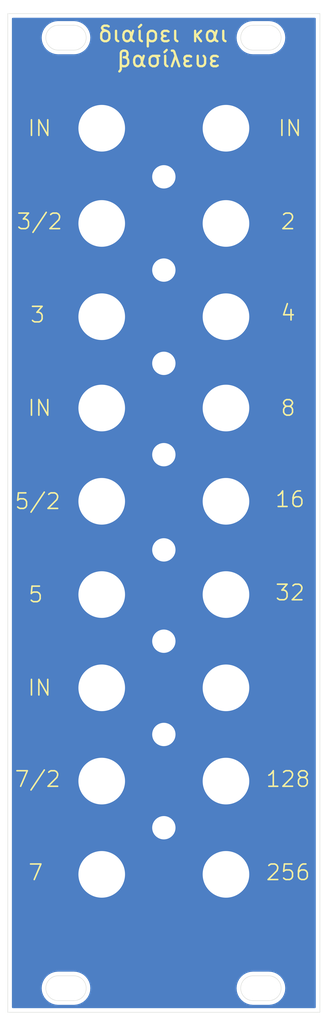
<source format=kicad_pcb>
(kicad_pcb (version 20171130) (host pcbnew "(5.1.5-0)")

  (general
    (thickness 1.6)
    (drawings 95)
    (tracks 0)
    (zones 0)
    (modules 27)
    (nets 2)
  )

  (page A4)
  (layers
    (0 F.Cu signal)
    (31 B.Cu signal)
    (32 B.Adhes user)
    (33 F.Adhes user)
    (34 B.Paste user)
    (35 F.Paste user)
    (36 B.SilkS user)
    (37 F.SilkS user)
    (38 B.Mask user)
    (39 F.Mask user)
    (40 Dwgs.User user)
    (41 Cmts.User user)
    (42 Eco1.User user)
    (43 Eco2.User user)
    (44 Edge.Cuts user)
    (45 Margin user)
    (46 B.CrtYd user)
    (47 F.CrtYd user)
    (48 B.Fab user)
    (49 F.Fab user)
  )

  (setup
    (last_trace_width 0.25)
    (trace_clearance 0.2)
    (zone_clearance 0.508)
    (zone_45_only no)
    (trace_min 0.2)
    (via_size 0.8)
    (via_drill 0.4)
    (via_min_size 0.4)
    (via_min_drill 0.3)
    (uvia_size 0.3)
    (uvia_drill 0.1)
    (uvias_allowed no)
    (uvia_min_size 0.2)
    (uvia_min_drill 0.1)
    (edge_width 0.05)
    (segment_width 0.2)
    (pcb_text_width 0.3)
    (pcb_text_size 1.5 1.5)
    (mod_edge_width 0.12)
    (mod_text_size 1 1)
    (mod_text_width 0.15)
    (pad_size 6.1 6.1)
    (pad_drill 6)
    (pad_to_mask_clearance 0.051)
    (solder_mask_min_width 0.25)
    (aux_axis_origin 0 0)
    (visible_elements FFFFFF7F)
    (pcbplotparams
      (layerselection 0x010fc_ffffffff)
      (usegerberextensions false)
      (usegerberattributes false)
      (usegerberadvancedattributes false)
      (creategerberjobfile false)
      (excludeedgelayer true)
      (linewidth 0.100000)
      (plotframeref false)
      (viasonmask false)
      (mode 1)
      (useauxorigin false)
      (hpglpennumber 1)
      (hpglpenspeed 20)
      (hpglpendiameter 15.000000)
      (psnegative false)
      (psa4output false)
      (plotreference true)
      (plotvalue true)
      (plotinvisibletext false)
      (padsonsilk false)
      (subtractmaskfromsilk false)
      (outputformat 1)
      (mirror false)
      (drillshape 0)
      (scaleselection 1)
      (outputdirectory ""))
  )

  (net 0 "")
  (net 1 GND)

  (net_class Default "This is the default net class."
    (clearance 0.2)
    (trace_width 0.25)
    (via_dia 0.8)
    (via_drill 0.4)
    (uvia_dia 0.3)
    (uvia_drill 0.1)
    (add_net GND)
  )

  (module "custom footprints:potleaf_small_copper" (layer F.Cu) (tedit 5FFE8352) (tstamp 5FFEEE52)
    (at 20 223.5)
    (fp_text reference REF** (at -0.2032 2.6797) (layer F.SilkS) hide
      (effects (font (size 1 1) (thickness 0.15)))
    )
    (fp_text value potleaf_small_copper (at -0.0127 -7.5819) (layer F.Fab)
      (effects (font (size 1 1) (thickness 0.15)))
    )
    (fp_poly (pts (xy -3.4036 -3.9751) (xy -3.0861 -3.7338) (xy -2.52095 -3.4163) (xy -1.92405 -2.9845)
      (xy -1.5494 -2.6035) (xy -1.14935 -2.03835) (xy -0.55245 -0.85725) (xy -0.254 -0.2921)
      (xy -0.2413 -0.2794) (xy -0.5715 -0.254) (xy -0.6731 -0.3048) (xy -1.0287 -0.55245)
      (xy -1.4351 -0.92075) (xy -1.7653 -1.27) (xy -2.1209 -1.7018) (xy -2.4003 -2.1209)
      (xy -2.5908 -2.3749) (xy -2.8448 -2.8321) (xy -3.0988 -3.2004) (xy -3.3401 -3.6195)
      (xy -3.6195 -4.1783)) (layer F.Cu) (width 0.1))
    (fp_poly (pts (xy -1.997075 -0.796925) (xy -1.660525 -0.701675) (xy -1.397 -0.6096) (xy -0.6985 -0.2032)
      (xy -0.66802 -0.17526) (xy -0.6604 -0.1905) (xy -0.6604 -0.1778) (xy -0.66802 -0.17526)
      (xy -0.7493 -0.0127) (xy -0.3556 0.127) (xy -0.56515 0.1524) (xy -0.95885 0.1778)
      (xy -1.4351 0.1778) (xy -1.8796 0.1143) (xy -2.3622 0) (xy -2.7559 -0.1143)
      (xy -3.1623 -0.3429) (xy -3.4798 -0.5715) (xy -3.8862 -0.6985) (xy -3.2385 -0.7493)
      (xy -2.7051 -0.7874) (xy -2.24155 -0.79375)) (layer F.Cu) (width 0.1))
    (fp_poly (pts (xy -0.13335 0.2667) (xy -0.50165 0.6985) (xy -0.9398 0.97155) (xy -1.3208 1.11125)
      (xy -2.0701 1.27635) (xy -1.5875 0.7493) (xy -1.1938 0.4826) (xy -0.8255 0.2794)
      (xy -0.3556 0.2032) (xy -0.3302 0.2032)) (layer F.Cu) (width 0.1))
    (fp_poly (pts (xy 0 -0.2159) (xy -0.211138 -0.022225) (xy 0.007937 0.073025) (xy 0.758825 0.61595)
      (xy 0.57785 0.7112) (xy 0 0.254) (xy 0.0127 1.3462) (xy -0.1016 1.2065)
      (xy -0.10795 0.3175) (xy -0.0635 0.3175) (xy -0.4445 0.1016) (xy -0.73025 -0.0508)
      (xy -0.56515 -0.3302)) (layer F.Cu) (width 0.1))
    (fp_poly (pts (xy 0.64135 0.2413) (xy 1.1938 0.5207) (xy 1.520825 0.847725) (xy 1.655763 1.077913)
      (xy 1.887538 1.347788) (xy 1.58115 1.26365) (xy 1.32715 1.18745) (xy 1.14935 1.12395)
      (xy 0.7747 0.9906) (xy 0.415925 0.796925) (xy 0.155575 0.511175) (xy 0.03175 0.34925)
      (xy 0.09525 0.38735) (xy 0.06985 0.32385) (xy 0.13335 0.1524)) (layer F.Cu) (width 0.1))
    (fp_poly (pts (xy 3.0734 -0.762) (xy 3.5052 -0.7366) (xy 4.083207 -0.726057) (xy 3.4036 -0.5715)
      (xy 2.9718 -0.381) (xy 2.6289 -0.1651) (xy 2.2098 0) (xy 1.6764 0.0889)
      (xy 1.2319 0.1143) (xy 0.65405 0.09525) (xy 0.0762 0.0762) (xy 0.0127 0)
      (xy 0.2286 -0.0635) (xy 0.235585 -0.1143) (xy 0.551815 -0.2413) (xy 1.08585 -0.4699)
      (xy 1.6383 -0.6731) (xy 2.032 -0.7874) (xy 2.4765 -0.7874)) (layer F.Cu) (width 0.1))
    (fp_poly (pts (xy 3.0607 -3.4163) (xy 2.8194 -2.921) (xy 2.6162 -2.4638) (xy 2.35585 -1.9431)
      (xy 2.0828 -1.5875) (xy 1.77165 -1.17475) (xy 1.30175 -0.78105) (xy 0.8001 -0.4445)
      (xy -0.3048 0.1524) (xy -0.2794 -0.1778) (xy 0.0254 -0.2286) (xy 0.27305 -0.66675)
      (xy 0.48895 -1.1303) (xy 0.65405 -1.4605) (xy 0.8382 -1.7526) (xy 1.0033 -2.0701)
      (xy 1.2827 -2.4257) (xy 1.5621 -2.7432) (xy 1.8923 -3.0353) (xy 2.2352 -3.2639)
      (xy 2.6162 -3.5179) (xy 3.0099 -3.7846) (xy 3.5433 -4.1783)) (layer F.Cu) (width 0.1))
    (fp_poly (pts (xy 0.2159 -5.5499) (xy 0.3175 -5.0673) (xy 0.4318 -4.6101) (xy 0.51435 -4.2799)
      (xy 0.57785 -3.8989) (xy 0.6223 -3.3782) (xy 0.6223 -2.8448) (xy 0.5715 -2.2606)
      (xy 0.508 -1.7399) (xy 0.365125 -1.2446) (xy 0.066675 -0.2286) (xy -0.14605 -0.2794)
      (xy -0.381 -1.1938) (xy -0.554038 -2.0574) (xy -0.538163 -2.8448) (xy -0.485775 -3.5052)
      (xy -0.32385 -4.2799) (xy -0.0889 -5.0927) (xy 0.0381 -5.8674) (xy 0.1016 -6.3881)) (layer F.Cu) (width 0.1))
    (fp_poly (pts (xy 0.6604 0.24765) (xy 1.21285 0.52705) (xy 1.539875 0.854075) (xy 1.674813 1.084263)
      (xy 1.906588 1.354138) (xy 1.6002 1.27) (xy 1.3462 1.1938) (xy 1.1684 1.1303)
      (xy 0.79375 0.99695) (xy 0.434975 0.803275) (xy 0.174625 0.517525) (xy 0.0508 0.3556)
      (xy 0.1143 0.3937) (xy 0.0889 0.3302) (xy 0.1524 0.15875)) (layer F.Mask) (width 0.1))
    (fp_poly (pts (xy -0.13335 0.2667) (xy -0.50165 0.6985) (xy -0.9398 0.97155) (xy -1.3208 1.11125)
      (xy -2.0701 1.27635) (xy -1.5875 0.7493) (xy -1.1938 0.4826) (xy -0.8255 0.2794)
      (xy -0.3556 0.2032) (xy -0.3302 0.2032)) (layer F.Mask) (width 0.1))
    (fp_poly (pts (xy 3.0734 -0.762) (xy 3.5052 -0.7366) (xy 4.083207 -0.726057) (xy 3.4036 -0.5715)
      (xy 2.9718 -0.381) (xy 2.6289 -0.1651) (xy 2.2098 0) (xy 1.6764 0.0889)
      (xy 1.2319 0.1143) (xy 0.65405 0.09525) (xy 0.0762 0.0762) (xy 0.0127 0)
      (xy 0.2286 -0.0635) (xy 0.235585 -0.1143) (xy 0.551815 -0.2413) (xy 1.08585 -0.4699)
      (xy 1.6383 -0.6731) (xy 2.032 -0.7874) (xy 2.4765 -0.7874)) (layer F.Mask) (width 0.1))
    (fp_poly (pts (xy 3.0607 -3.4163) (xy 2.8194 -2.921) (xy 2.6162 -2.4638) (xy 2.35585 -1.9431)
      (xy 2.0828 -1.5875) (xy 1.77165 -1.17475) (xy 1.30175 -0.78105) (xy 0.8001 -0.4445)
      (xy -0.3048 0.1524) (xy -0.2794 -0.1778) (xy 0.0254 -0.2286) (xy 0.27305 -0.66675)
      (xy 0.48895 -1.1303) (xy 0.65405 -1.4605) (xy 0.8382 -1.7526) (xy 1.0033 -2.0701)
      (xy 1.2827 -2.4257) (xy 1.5621 -2.7432) (xy 1.8923 -3.0353) (xy 2.2352 -3.2639)
      (xy 2.6162 -3.5179) (xy 3.0099 -3.7846) (xy 3.5433 -4.1783)) (layer F.Mask) (width 0.1))
    (fp_poly (pts (xy 0.2159 -5.5499) (xy 0.3175 -5.0673) (xy 0.4318 -4.6101) (xy 0.51435 -4.2799)
      (xy 0.57785 -3.8989) (xy 0.6223 -3.3782) (xy 0.6223 -2.8448) (xy 0.5715 -2.2606)
      (xy 0.508 -1.7399) (xy 0.365125 -1.2446) (xy 0.066675 -0.2286) (xy -0.14605 -0.2794)
      (xy -0.381 -1.1938) (xy -0.554038 -2.0574) (xy -0.538163 -2.8448) (xy -0.485775 -3.5052)
      (xy -0.32385 -4.2799) (xy -0.0889 -5.0927) (xy 0.0381 -5.8674) (xy 0.1016 -6.3881)) (layer F.Mask) (width 0.1))
    (fp_poly (pts (xy -3.4036 -3.9751) (xy -3.0861 -3.7338) (xy -2.52095 -3.4163) (xy -1.92405 -2.9845)
      (xy -1.5494 -2.6035) (xy -1.14935 -2.03835) (xy -0.55245 -0.85725) (xy -0.254 -0.2921)
      (xy -0.2413 -0.2794) (xy -0.5715 -0.254) (xy -0.6731 -0.3048) (xy -1.0287 -0.55245)
      (xy -1.4351 -0.92075) (xy -1.7653 -1.27) (xy -2.1209 -1.7018) (xy -2.4003 -2.1209)
      (xy -2.5908 -2.3749) (xy -2.8448 -2.8321) (xy -3.0988 -3.2004) (xy -3.3401 -3.6195)
      (xy -3.6195 -4.1783)) (layer F.Mask) (width 0.1))
    (fp_poly (pts (xy -1.997075 -0.796925) (xy -1.660525 -0.701675) (xy -1.397 -0.6096) (xy -0.6985 -0.2032)
      (xy -0.66802 -0.17526) (xy -0.6604 -0.1905) (xy -0.6604 -0.1778) (xy -0.66802 -0.17526)
      (xy -0.7493 -0.0127) (xy -0.3556 0.127) (xy -0.56515 0.1524) (xy -0.95885 0.1778)
      (xy -1.4351 0.1778) (xy -1.8796 0.1143) (xy -2.3622 0) (xy -2.7559 -0.1143)
      (xy -3.1623 -0.3429) (xy -3.4798 -0.5715) (xy -3.8862 -0.6985) (xy -3.2385 -0.7493)
      (xy -2.7051 -0.7874) (xy -2.24155 -0.79375)) (layer F.Mask) (width 0.1))
    (fp_poly (pts (xy 0 -0.2159) (xy -0.211138 -0.022225) (xy 0.007937 0.073025) (xy 0.758825 0.61595)
      (xy 0.57785 0.7112) (xy 0 0.254) (xy 0.0127 1.3462) (xy -0.1016 1.2065)
      (xy -0.10795 0.3175) (xy -0.0635 0.3175) (xy -0.4445 0.1016) (xy -0.73025 -0.0508)
      (xy -0.56515 -0.3302)) (layer F.Mask) (width 0.1))
    (fp_line (start -0.520414 -1.903032) (end -0.513586 -1.836596) (layer F.Mask) (width 0.000002))
    (fp_arc (start -3.930539 -0.713682) (end -3.937255 -0.719526) (angle -33.85090818) (layer F.Mask) (width 0.000002))
    (fp_arc (start -3.930294 -0.713469) (end -3.93283 -0.722341) (angle -33.02354606) (layer F.Mask) (width 0.000002))
    (fp_arc (start -3.911527 -0.647807) (end -3.923728 -0.724359) (angle -6.894497836) (layer F.Mask) (width 0.000002))
    (fp_line (start -3.880824 -0.730072) (end -3.923728 -0.724359) (layer F.Mask) (width 0.000002))
    (fp_line (start -3.824618 -0.735421) (end -3.880824 -0.730072) (layer F.Mask) (width 0.000002))
    (fp_line (start -3.750477 -0.740941) (end -3.824618 -0.735421) (layer F.Mask) (width 0.000002))
    (fp_line (start -3.64919 -0.747227) (end -3.750477 -0.740941) (layer F.Mask) (width 0.000002))
    (fp_line (start -3.53575 -0.754465) (end -3.64919 -0.747227) (layer F.Mask) (width 0.000002))
    (fp_line (start -3.444841 -0.761671) (end -3.53575 -0.754465) (layer F.Mask) (width 0.000002))
    (fp_line (start -3.364054 -0.769858) (end -3.444841 -0.761671) (layer F.Mask) (width 0.000002))
    (fp_line (start -3.282478 -0.780033) (end -3.364054 -0.769858) (layer F.Mask) (width 0.000002))
    (fp_line (start -3.204412 -0.789237) (end -3.282478 -0.780033) (layer F.Mask) (width 0.000002))
    (fp_line (start -3.105452 -0.79819) (end -3.204412 -0.789237) (layer F.Mask) (width 0.000002))
    (fp_line (start -2.997269 -0.806051) (end -3.105452 -0.79819) (layer F.Mask) (width 0.000002))
    (fp_line (start -2.889978 -0.811961) (end -2.997269 -0.806051) (layer F.Mask) (width 0.000002))
    (fp_line (start -2.841107 -0.814217) (end -2.889978 -0.811961) (layer F.Mask) (width 0.000002))
    (fp_line (start -2.771916 -0.817408) (end -2.841107 -0.814217) (layer F.Mask) (width 0.000002))
    (fp_line (start -2.696254 -0.820896) (end -2.771916 -0.817408) (layer F.Mask) (width 0.000002))
    (fp_line (start -2.624978 -0.824179) (end -2.696254 -0.820896) (layer F.Mask) (width 0.000002))
    (fp_line (start -2.457108 -0.831157) (end -2.624978 -0.824179) (layer F.Mask) (width 0.000002))
    (fp_line (start -2.282247 -0.836948) (end -2.457108 -0.831157) (layer F.Mask) (width 0.000002))
    (fp_line (start -2.108676 -0.841931) (end -2.282247 -0.836948) (layer F.Mask) (width 0.000002))
    (fp_arc (start -2.108214 -0.825567) (end -2.099607 -0.839493) (angle -33.33682641) (layer F.Mask) (width 0.000002))
    (fp_arc (start -2.094902 -0.847105) (end -2.099607 -0.839493) (angle -23.95733018) (layer F.Mask) (width 0.000002))
    (fp_line (start -2.080612 -0.836225) (end -2.096111 -0.838238) (layer F.Mask) (width 0.000002))
    (fp_line (start -2.062229 -0.834181) (end -2.080612 -0.836225) (layer F.Mask) (width 0.000002))
    (fp_line (start -2.041285 -0.832287) (end -2.062229 -0.834181) (layer F.Mask) (width 0.000002))
    (fp_line (start -0.529946 -2.012519) (end -0.527351 -1.982876) (layer F.Mask) (width 0.000002))
    (fp_line (start 0.612378 0.147086) (end 0.657522 0.150622) (layer F.Mask) (width 0.000002))
    (fp_line (start 0.563537 0.143388) (end 0.612378 0.147086) (layer F.Mask) (width 0.000002))
    (fp_line (start 0.518194 0.140058) (end 0.563537 0.143388) (layer F.Mask) (width 0.000002))
    (fp_line (start 0.485022 0.137755) (end 0.518194 0.140058) (layer F.Mask) (width 0.000002))
    (fp_line (start 0.453615 0.135486) (end 0.485022 0.137755) (layer F.Mask) (width 0.000002))
    (fp_line (start 0.414584 0.132326) (end 0.453615 0.135486) (layer F.Mask) (width 0.000002))
    (fp_line (start 0.374606 0.128849) (end 0.414584 0.132326) (layer F.Mask) (width 0.000002))
    (fp_line (start 0.340022 0.125579) (end 0.374606 0.128849) (layer F.Mask) (width 0.000002))
    (fp_line (start 0.278512 0.120402) (end 0.340022 0.125579) (layer F.Mask) (width 0.000002))
    (fp_line (start 0.226901 0.118134) (end 0.278512 0.120402) (layer F.Mask) (width 0.000002))
    (fp_line (start -1.168636 -2.119335) (end -1.297416 -2.326949) (layer F.Mask) (width 0.000002))
    (fp_line (start -1.039877 -1.889723) (end -1.168636 -2.119335) (layer F.Mask) (width 0.000002))
    (fp_line (start 0.263811 0.144985) (end 0.225611 0.137712) (layer F.Mask) (width 0.000002))
    (fp_line (start 0.30182 0.151668) (end 0.263811 0.144985) (layer F.Mask) (width 0.000002))
    (fp_line (start 0.327522 0.155429) (end 0.30182 0.151668) (layer F.Mask) (width 0.000002))
    (fp_arc (start 0.23095 0.933381) (end 0.41585 0.171576) (angle -6.566361639) (layer F.Mask) (width 0.000002))
    (fp_line (start 0.542223 0.20486) (end 0.41585 0.171576) (layer F.Mask) (width 0.000002))
    (fp_line (start 0.68155 0.247366) (end 0.542223 0.20486) (layer F.Mask) (width 0.000002))
    (fp_line (start 0.815022 0.294009) (end 0.68155 0.247366) (layer F.Mask) (width 0.000002))
    (fp_line (start 0.858649 0.311046) (end 0.815022 0.294009) (layer F.Mask) (width 0.000002))
    (fp_line (start 0.904637 0.330487) (end 0.858649 0.311046) (layer F.Mask) (width 0.000002))
    (fp_line (start 0.952079 0.35193) (end 0.904637 0.330487) (layer F.Mask) (width 0.000002))
    (fp_line (start 1.000085 0.374987) (end 0.952079 0.35193) (layer F.Mask) (width 0.000002))
    (fp_arc (start 0.36098 1.668146) (end 1.152408 0.462179) (angle -6.975783365) (layer F.Mask) (width 0.000002))
    (fp_line (start -0.399919 -1.15274) (end -0.397902 -1.142472) (layer F.Mask) (width 0.000002))
    (fp_arc (start 2.617018 -2.484701) (end 2.619743 -2.483438) (angle -24.86823066) (layer F.Mask) (width 0.000002))
    (fp_line (start 2.611209 -2.465048) (end 2.619743 -2.483438) (layer F.Mask) (width 0.000002))
    (fp_line (start 2.601523 -2.444368) (end 2.611209 -2.465048) (layer F.Mask) (width 0.000002))
    (fp_line (start 2.590022 -2.42013) (end 2.601523 -2.444368) (layer F.Mask) (width 0.000002))
    (fp_line (start 2.578521 -2.395854) (end 2.590022 -2.42013) (layer F.Mask) (width 0.000002))
    (fp_line (start 2.568834 -2.375049) (end 2.578521 -2.395854) (layer F.Mask) (width 0.000002))
    (fp_line (start 2.560385 -2.356671) (end 2.568834 -2.375049) (layer F.Mask) (width 0.000002))
    (fp_arc (start 2.564016 -2.355005) (end 2.560385 -2.356671) (angle -24.6439765) (layer F.Mask) (width 0.000002))
    (fp_arc (start 2.552181 -2.355005) (end 2.559292 -2.351703) (angle -24.90854605) (layer F.Mask) (width 0.000002))
    (fp_line (start 2.520677 -2.268579) (end 2.559292 -2.351703) (layer F.Mask) (width 0.000002))
    (fp_line (start 2.477758 -2.176661) (end 2.520677 -2.268579) (layer F.Mask) (width 0.000002))
    (fp_line (start 2.427442 -2.069723) (end 2.477758 -2.176661) (layer F.Mask) (width 0.000002))
    (fp_line (start 2.404537 -2.021826) (end 2.427442 -2.069723) (layer F.Mask) (width 0.000002))
    (fp_line (start 2.376801 -1.96502) (end 2.404537 -2.021826) (layer F.Mask) (width 0.000002))
    (fp_line (start 2.34773 -1.906002) (end 2.376801 -1.96502) (layer F.Mask) (width 0.000002))
    (fp_arc (start 2.33493 -1.912314) (end 2.345022 -1.902223) (angle -18.75265696) (layer F.Mask) (width 0.000002))
    (fp_arc (start 2.351739 -1.895505) (end 2.345022 -1.902223) (angle -14.08958954) (layer F.Mask) (width 0.000002))
    (fp_line (start 2.340177 -1.894582) (end 2.343588 -1.900385) (layer F.Mask) (width 0.000002))
    (fp_line (start 2.336238 -1.887565) (end 2.340177 -1.894582) (layer F.Mask) (width 0.000002))
    (fp_line (start 2.332041 -1.879723) (end 2.336238 -1.887565) (layer F.Mask) (width 0.000002))
    (fp_line (start 2.323008 -1.862884) (end 2.332041 -1.879723) (layer F.Mask) (width 0.000002))
    (fp_line (start 2.312309 -1.843691) (end 2.323008 -1.862884) (layer F.Mask) (width 0.000002))
    (fp_line (start 2.301117 -1.824201) (end 2.312309 -1.843691) (layer F.Mask) (width 0.000002))
    (fp_line (start 2.290563 -1.806424) (end 2.301117 -1.824201) (layer F.Mask) (width 0.000002))
    (fp_line (start 2.286359 -1.799399) (end 2.290563 -1.806424) (layer F.Mask) (width 0.000002))
    (fp_line (start 2.279895 -1.788454) (end 2.286359 -1.799399) (layer F.Mask) (width 0.000002))
    (fp_line (start 2.27263 -1.776079) (end 2.279895 -1.788454) (layer F.Mask) (width 0.000002))
    (fp_line (start 2.265538 -1.763924) (end 2.27263 -1.776079) (layer F.Mask) (width 0.000002))
    (fp_arc (start 0.671422 -2.691036) (end 2.176513 -1.625463) (angle -5.11612147) (layer F.Mask) (width 0.000002))
    (fp_line (start 2.060765 -1.471284) (end 2.176513 -1.625463) (layer F.Mask) (width 0.000002))
    (fp_line (start 1.929379 -1.314885) (end 2.060765 -1.471284) (layer F.Mask) (width 0.000002))
    (fp_line (start 1.792561 -1.169233) (end 1.929379 -1.314885) (layer F.Mask) (width 0.000002))
    (fp_arc (start -1.200185 -4.146252) (end 1.512462 -0.911949) (angle -5.163996652) (layer F.Mask) (width 0.000002))
    (fp_line (start 1.202444 -0.673055) (end 1.512462 -0.911949) (layer F.Mask) (width 0.000002))
    (fp_line (start 0.84653 -0.441132) (end 1.202444 -0.673055) (layer F.Mask) (width 0.000002))
    (fp_line (start 0.427522 -0.204616) (end 0.84653 -0.441132) (layer F.Mask) (width 0.000002))
    (fp_line (start 0.40721 -0.193794) (end 0.427522 -0.204616) (layer F.Mask) (width 0.000002))
    (fp_line (start 0.383256 -0.180951) (end 0.40721 -0.193794) (layer F.Mask) (width 0.000002))
    (fp_line (start 0.359541 -0.168175) (end 0.383256 -0.180951) (layer F.Mask) (width 0.000002))
    (fp_line (start 0.340022 -0.157589) (end 0.359541 -0.168175) (layer F.Mask) (width 0.000002))
    (fp_line (start 0.322766 -0.148231) (end 0.340022 -0.157589) (layer F.Mask) (width 0.000002))
    (fp_line (start 0.306062 -0.139251) (end 0.322766 -0.148231) (layer F.Mask) (width 0.000002))
    (fp_line (start 0.291782 -0.131641) (end 0.306062 -0.139251) (layer F.Mask) (width 0.000002))
    (fp_line (start 0.284097 -0.127663) (end 0.291782 -0.131641) (layer F.Mask) (width 0.000002))
    (fp_arc (start 0.341016 -0.014986) (end 0.284097 -0.127663) (angle -8.622610983) (layer F.Mask) (width 0.000002))
    (fp_arc (start 0.376544 0.034965) (end 0.267847 -0.117855) (angle -6.409496987) (layer F.Mask) (width 0.000002))
    (fp_arc (start 0.38397 0.04326) (end 0.251467 -0.104766) (angle -5.405656274) (layer F.Mask) (width 0.000002))
    (fp_arc (start 0.246645 -0.083733) (end 0.238111 -0.091625) (angle -42.76172539) (layer F.Mask) (width 0.000002))
    (fp_arc (start 0.24272 -0.083733) (end 0.235022 -0.083733) (angle -27.15666233) (layer F.Mask) (width 0.000002))
    (fp_arc (start 0.239402 -0.082031) (end 0.23587 -0.08022) (angle -44.53588418) (layer F.Mask) (width 0.000002))
    (fp_arc (start 0.241353 -0.087929) (end 0.238155 -0.078263) (angle -24.19419325) (layer F.Mask) (width 0.000002))
    (fp_arc (start 0.234457 -0.154816) (end 0.242398 -0.077801) (angle -5.423293526) (layer F.Mask) (width 0.000002))
    (fp_arc (start 0.231204 -0.171082) (end 0.249641 -0.078896) (angle -11.83022724) (layer F.Mask) (width 0.000002))
    (fp_line (start 0.328992 -0.110977) (end 0.268149 -0.084634) (layer F.Mask) (width 0.000002))
    (fp_line (start 0.396972 -0.141472) (end 0.328992 -0.110977) (layer F.Mask) (width 0.000002))
    (fp_line (start 0.465022 -0.173357) (end 0.396972 -0.141472) (layer F.Mask) (width 0.000002))
    (fp_line (start 0.488044 -0.184344) (end 0.465022 -0.173357) (layer F.Mask) (width 0.000002))
    (fp_line (start 0.51385 -0.1966) (end 0.488044 -0.184344) (layer F.Mask) (width 0.000002))
    (fp_line (start 0.538478 -0.20825) (end 0.51385 -0.1966) (layer F.Mask) (width 0.000002))
    (fp_line (start 0.557522 -0.217202) (end 0.538478 -0.20825) (layer F.Mask) (width 0.000002))
    (fp_line (start 0.577497 -0.226607) (end 0.557522 -0.217202) (layer F.Mask) (width 0.000002))
    (fp_line (start 0.6056 -0.239946) (end 0.577497 -0.226607) (layer F.Mask) (width 0.000002))
    (fp_line (start 0.636247 -0.254556) (end 0.6056 -0.239946) (layer F.Mask) (width 0.000002))
    (fp_line (start 0.665022 -0.268339) (end 0.636247 -0.254556) (layer F.Mask) (width 0.000002))
    (fp_line (start 0.719936 -0.294639) (end 0.665022 -0.268339) (layer F.Mask) (width 0.000002))
    (fp_line (start 0.761702 -0.314465) (end 0.719936 -0.294639) (layer F.Mask) (width 0.000002))
    (fp_line (start 0.796707 -0.330852) (end 0.761702 -0.314465) (layer F.Mask) (width 0.000002))
    (fp_line (start 0.830022 -0.346184) (end 0.796707 -0.330852) (layer F.Mask) (width 0.000002))
    (fp_line (start 0.865354 -0.362426) (end 0.830022 -0.346184) (layer F.Mask) (width 0.000002))
    (fp_line (start 0.931774 -0.393251) (end 0.865354 -0.362426) (layer F.Mask) (width 0.000002))
    (fp_line (start 0.999694 -0.424868) (end 0.931774 -0.393251) (layer F.Mask) (width 0.000002))
    (fp_line (start 1.047522 -0.447267) (end 0.999694 -0.424868) (layer F.Mask) (width 0.000002))
    (fp_line (start 1.194502 -0.515343) (end 1.047522 -0.447267) (layer F.Mask) (width 0.000002))
    (fp_line (start 1.345333 -0.583097) (end 1.194502 -0.515343) (layer F.Mask) (width 0.000002))
    (fp_line (start 1.483653 -0.643342) (end 1.345333 -0.583097) (layer F.Mask) (width 0.000002))
    (fp_line (start 1.590022 -0.68732) (end 1.483653 -0.643342) (layer F.Mask) (width 0.000002))
    (fp_line (start 1.643337 -0.708389) (end 1.590022 -0.68732) (layer F.Mask) (width 0.000002))
    (fp_line (start 1.678135 -0.721641) (end 1.643337 -0.708389) (layer F.Mask) (width 0.000002))
    (fp_line (start 1.707932 -0.732231) (end 1.678135 -0.721641) (layer F.Mask) (width 0.000002))
    (fp_line (start 1.742522 -0.743711) (end 1.707932 -0.732231) (layer F.Mask) (width 0.000002))
    (fp_line (start 1.80162 -0.761533) (end 1.742522 -0.743711) (layer F.Mask) (width 0.000002))
    (fp_line (start 1.863071 -0.777616) (end 1.80162 -0.761533) (layer F.Mask) (width 0.000002))
    (fp_line (start 1.924574 -0.791403) (end 1.863071 -0.777616) (layer F.Mask) (width 0.000002))
    (fp_line (start 1.983822 -0.802331) (end 1.924574 -0.791403) (layer F.Mask) (width 0.000002))
    (fp_line (start 2.025789 -0.808218) (end 1.983822 -0.802331) (layer F.Mask) (width 0.000002))
    (fp_line (start 2.061324 -0.811025) (end 2.025789 -0.808218) (layer F.Mask) (width 0.000002))
    (fp_line (start 2.105896 -0.811739) (end 2.061324 -0.811025) (layer F.Mask) (width 0.000002))
    (fp_line (start 2.186322 -0.81063) (end 2.105896 -0.811739) (layer F.Mask) (width 0.000002))
    (fp_line (start 2.243234 -0.809265) (end 2.186322 -0.81063) (layer F.Mask) (width 0.000002))
    (fp_line (start 2.301607 -0.807263) (end 2.243234 -0.809265) (layer F.Mask) (width 0.000002))
    (fp_line (start 2.353546 -0.804968) (end 2.301607 -0.807263) (layer F.Mask) (width 0.000002))
    (fp_line (start 2.387522 -0.802733) (end 2.353546 -0.804968) (layer F.Mask) (width 0.000002))
    (fp_line (start 2.418287 -0.800298) (end 2.387522 -0.802733) (layer F.Mask) (width 0.000002))
    (fp_line (start 2.457662 -0.797373) (end 2.418287 -0.800298) (layer F.Mask) (width 0.000002))
    (fp_line (start 2.498691 -0.794455) (end 2.457662 -0.797373) (layer F.Mask) (width 0.000002))
    (fp_line (start 2.535022 -0.79201) (end 2.498691 -0.794455) (layer F.Mask) (width 0.000002))
    (fp_line (start 2.572057 -0.789582) (end 2.535022 -0.79201) (layer F.Mask) (width 0.000002))
    (fp_line (start 2.615318 -0.786707) (end 2.572057 -0.789582) (layer F.Mask) (width 0.000002))
    (fp_line (start 2.657867 -0.78385) (end 2.615318 -0.786707) (layer F.Mask) (width 0.000002))
    (fp_line (start 2.692522 -0.78149) (end 2.657867 -0.78385) (layer F.Mask) (width 0.000002))
    (fp_line (start 2.745145 -0.77932) (end 2.692522 -0.78149) (layer F.Mask) (width 0.000002))
    (fp_line (start 2.937897 -0.77687) (end 2.745145 -0.77932) (layer F.Mask) (width 0.000002))
    (fp_line (start 3.166132 -0.774654) (end 2.937897 -0.77687) (layer F.Mask) (width 0.000002))
    (fp_line (start 3.422522 -0.773003) (end 3.166132 -0.774654) (layer F.Mask) (width 0.000002))
    (fp_line (start 3.760194 -0.771026) (end 3.422522 -0.773003) (layer F.Mask) (width 0.000002))
    (fp_line (start 3.946598 -0.769047) (end 3.760194 -0.771026) (layer F.Mask) (width 0.000002))
    (fp_line (start 4.075267 -0.766972) (end 3.946598 -0.769047) (layer F.Mask) (width 0.000002))
    (fp_arc (start 4.074767 -0.738654) (end 4.088772 -0.763271) (angle -28.62507096) (layer F.Mask) (width 0.000002))
    (fp_arc (start 4.075727 -0.740343) (end 4.097766 -0.75484) (angle -27.02694093) (layer F.Mask) (width 0.000002))
    (fp_arc (start 4.085485 -0.746761) (end 4.100023 -0.744588) (angle -41.83999439) (layer F.Mask) (width 0.000002))
    (fp_arc (start 4.081803 -0.747312) (end 4.094871 -0.734326) (angle -36.31462598) (layer F.Mask) (width 0.000002))
    (fp_arc (start 4.065208 -0.763801) (end 4.083207 -0.726057) (angle -19.68685136) (layer F.Mask) (width 0.000002))
    (fp_arc (start 4.019585 -0.859474) (end 4.065174 -0.718869) (angle -7.530537781) (layer F.Mask) (width 0.000002))
    (fp_line (start 4.000776 -0.698195) (end 4.065174 -0.718869) (layer F.Mask) (width 0.000002))
    (fp_line (start 3.938093 -0.678608) (end 4.000776 -0.698195) (layer F.Mask) (width 0.000002))
    (fp_line (start 3.902522 -0.668623) (end 3.938093 -0.678608) (layer F.Mask) (width 0.000002))
    (fp_line (start 3.773171 -0.631831) (end 3.902522 -0.668623) (layer F.Mask) (width 0.000002))
    (fp_line (start 3.598786 -0.574797) (end 3.773171 -0.631831) (layer F.Mask) (width 0.000002))
    (fp_line (start 3.419767 -0.511749) (end 3.598786 -0.574797) (layer F.Mask) (width 0.000002))
    (fp_line (start 3.272522 -0.454726) (end 3.419767 -0.511749) (layer F.Mask) (width 0.000002))
    (fp_line (start 3.149199 -0.401922) (end 3.272522 -0.454726) (layer F.Mask) (width 0.000002))
    (fp_line (start 3.003927 -0.335409) (end 3.149199 -0.401922) (layer F.Mask) (width 0.000002))
    (fp_line (start 2.8626 -0.26751) (end 3.003927 -0.335409) (layer F.Mask) (width 0.000002))
    (fp_line (start 2.752522 -0.210801) (end 2.8626 -0.26751) (layer F.Mask) (width 0.000002))
    (fp_line (start 2.618504 -0.139567) (end 2.752522 -0.210801) (layer F.Mask) (width 0.000002))
    (fp_line (start 2.53344 -0.097304) (end 2.618504 -0.139567) (layer F.Mask) (width 0.000002))
    (fp_line (start 2.458987 -0.064869) (end 2.53344 -0.097304) (layer F.Mask) (width 0.000002))
    (fp_line (start 2.367522 -0.029822) (end 2.458987 -0.064869) (layer F.Mask) (width 0.000002))
    (fp_line (start 2.292423 -0.002693) (end 2.367522 -0.029822) (layer F.Mask) (width 0.000002))
    (fp_line (start 2.252851 0.010723) (end 2.292423 -0.002693) (layer F.Mask) (width 0.000002))
    (fp_line (start 2.2134 0.022598) (end 2.252851 0.010723) (layer F.Mask) (width 0.000002))
    (fp_line (start 2.140022 0.043034) (end 2.2134 0.022598) (layer F.Mask) (width 0.000002))
    (fp_line (start 2.020804 0.072545) (end 2.140022 0.043034) (layer F.Mask) (width 0.000002))
    (fp_line (start 1.88362 0.100279) (end 2.020804 0.072545) (layer F.Mask) (width 0.000002))
    (fp_line (start 1.745884 0.123156) (end 1.88362 0.100279) (layer F.Mask) (width 0.000002))
    (fp_line (start 1.625022 0.137838) (end 1.745884 0.123156) (layer F.Mask) (width 0.000002))
    (fp_line (start 1.601013 0.140138) (end 1.625022 0.137838) (layer F.Mask) (width 0.000002))
    (fp_line (start 1.566506 0.143487) (end 1.601013 0.140138) (layer F.Mask) (width 0.000002))
    (fp_line (start 1.528547 0.147195) (end 1.566506 0.143487) (layer F.Mask) (width 0.000002))
    (fp_line (start 1.492522 0.150739) (end 1.528547 0.147195) (layer F.Mask) (width 0.000002))
    (fp_line (start 1.358935 0.158145) (end 1.492522 0.150739) (layer F.Mask) (width 0.000002))
    (fp_line (start 1.08619 0.159806) (end 1.358935 0.158145) (layer F.Mask) (width 0.000002))
    (fp_line (start 0.81307 0.157895) (end 1.08619 0.159806) (layer F.Mask) (width 0.000002))
    (fp_line (start 0.657522 0.150622) (end 0.81307 0.157895) (layer F.Mask) (width 0.000002))
    (fp_line (start 0.1847 0.117876) (end 0.226901 0.118134) (layer F.Mask) (width 0.000002))
    (fp_arc (start 0.18473 0.122585) (end 0.1847 0.117876) (angle -89.6287458) (layer F.Mask) (width 0.000002))
    (fp_arc (start 0.182611 0.122585) (end 0.180022 0.122585) (angle -55.50086928) (layer F.Mask) (width 0.000002))
    (fp_arc (start 0.201348 0.095322) (end 0.181144 0.124719) (angle -8.173786249) (layer F.Mask) (width 0.000002))
    (fp_line (start -0.889364 -1.611845) (end -0.905659 -1.641938) (layer F.Mask) (width 0.000002))
    (fp_line (start -0.878779 -1.592223) (end -0.889364 -1.611845) (layer F.Mask) (width 0.000002))
    (fp_line (start 0.511249 -1.216774) (end 0.464982 -1.119723) (layer F.Mask) (width 0.000002))
    (fp_line (start 0.596807 -1.387672) (end 0.511249 -1.216774) (layer F.Mask) (width 0.000002))
    (fp_line (start 0.683548 -1.558364) (end 0.596807 -1.387672) (layer F.Mask) (width 0.000002))
    (fp_line (start 0.724269 -1.633473) (end 0.683548 -1.558364) (layer F.Mask) (width 0.000002))
    (fp_line (start 0.738678 -1.658634) (end 0.724269 -1.633473) (layer F.Mask) (width 0.000002))
    (fp_line (start 0.749929 -1.678364) (end 0.738678 -1.658634) (layer F.Mask) (width 0.000002))
    (fp_line (start 0.759609 -1.695445) (end 0.749929 -1.678364) (layer F.Mask) (width 0.000002))
    (fp_line (start 0.769048 -1.712223) (end 0.759609 -1.695445) (layer F.Mask) (width 0.000002))
    (fp_line (start 0.775983 -1.724376) (end 0.769048 -1.712223) (layer F.Mask) (width 0.000002))
    (fp_line (start 0.78759 -1.744269) (end 0.775983 -1.724376) (layer F.Mask) (width 0.000002))
    (fp_line (start 0.800976 -1.767015) (end 0.78759 -1.744269) (layer F.Mask) (width 0.000002))
    (fp_line (start 0.814458 -1.789723) (end 0.800976 -1.767015) (layer F.Mask) (width 0.000002))
    (fp_line (start 0.827575 -1.811732) (end 0.814458 -1.789723) (layer F.Mask) (width 0.000002))
    (fp_line (start 0.839864 -1.832376) (end 0.827575 -1.811732) (layer F.Mask) (width 0.000002))
    (fp_line (start 0.850197 -1.849757) (end 0.839864 -1.832376) (layer F.Mask) (width 0.000002))
    (fp_line (start 0.854889 -1.857693) (end 0.850197 -1.849757) (layer F.Mask) (width 0.000002))
    (fp_line (start 0.899259 -1.929767) (end 0.854889 -1.857693) (layer F.Mask) (width 0.000002))
    (fp_line (start 0.962393 -2.026163) (end 0.899259 -1.929767) (layer F.Mask) (width 0.000002))
    (fp_line (start 1.029939 -2.125729) (end 0.962393 -2.026163) (layer F.Mask) (width 0.000002))
    (fp_line (start 1.089543 -2.209723) (end 1.029939 -2.125729) (layer F.Mask) (width 0.000002))
    (fp_line (start 1.146819 -2.286359) (end 1.089543 -2.209723) (layer F.Mask) (width 0.000002))
    (fp_line (start 1.217177 -2.376939) (end 1.146819 -2.286359) (layer F.Mask) (width 0.000002))
    (fp_line (start 1.284639 -2.461458) (end 1.217177 -2.376939) (layer F.Mask) (width 0.000002))
    (fp_line (start 1.327847 -2.512223) (end 1.284639 -2.461458) (layer F.Mask) (width 0.000002))
    (fp_line (start 2.635064 -2.518111) (end 2.644416 -2.538042) (layer F.Mask) (width 0.000002))
    (fp_line (start 2.627187 -2.501055) (end 2.635064 -2.518111) (layer F.Mask) (width 0.000002))
    (fp_line (start 2.620294 -2.485956) (end 2.627187 -2.501055) (layer F.Mask) (width 0.000002))
    (fp_arc (start 2.623048 -2.484701) (end 2.620294 -2.485956) (angle -24.50101803) (layer F.Mask) (width 0.000002))
    (fp_line (start -0.924015 -1.675778) (end -0.941963 -1.708806) (layer F.Mask) (width 0.000002))
    (fp_line (start -0.905659 -1.641938) (end -0.924015 -1.675778) (layer F.Mask) (width 0.000002))
    (fp_arc (start 1.902322 1.386851) (end 1.912962 1.390934) (angle -42.79890209) (layer F.Mask) (width 0.000002))
    (fp_arc (start 1.907674 1.388905) (end 1.910571 1.393771) (angle -38.23970561) (layer F.Mask) (width 0.000002))
    (fp_arc (start 1.899243 1.374743) (end 1.905675 1.395933) (angle -13.88249364) (layer F.Mask) (width 0.000002))
    (fp_arc (start 1.894853 1.360279) (end 1.898837 1.397326) (angle -10.74561992) (layer F.Mask) (width 0.000002))
    (fp_arc (start 1.890414 1.319003) (end 1.890414 1.397777) (angle -6.138576527) (layer F.Mask) (width 0.000002))
    (fp_line (start 0.393609 -0.958622) (end 0.385721 -0.939723) (layer F.Mask) (width 0.000002))
    (fp_line (start 0.420843 -1.020616) (end 0.393609 -0.958622) (layer F.Mask) (width 0.000002))
    (fp_line (start 0.44772 -1.081406) (end 0.420843 -1.020616) (layer F.Mask) (width 0.000002))
    (fp_line (start 0.464982 -1.119723) (end 0.44772 -1.081406) (layer F.Mask) (width 0.000002))
    (fp_arc (start 1.890414 1.287041) (end 1.875921 1.396825) (angle -7.520235656) (layer F.Mask) (width 0.000002))
    (fp_arc (start 1.885892 1.321291) (end 1.863016 1.393965) (angle -9.952661991) (layer F.Mask) (width 0.000002))
    (fp_arc (start 1.916591 1.223768) (end 1.846281 1.387761) (angle -5.733652653) (layer F.Mask) (width 0.000002))
    (fp_line (start 1.815022 1.374046) (end 1.846281 1.387761) (layer F.Mask) (width 0.000002))
    (fp_line (start 1.751838 1.347762) (end 1.815022 1.374046) (layer F.Mask) (width 0.000002))
    (fp_line (start 1.685736 1.324319) (end 1.751838 1.347762) (layer F.Mask) (width 0.000002))
    (fp_line (start 1.61412 1.302862) (end 1.685736 1.324319) (layer F.Mask) (width 0.000002))
    (fp_line (start 1.534294 1.282548) (end 1.61412 1.302862) (layer F.Mask) (width 0.000002))
    (fp_line (start 1.397606 1.249292) (end 1.534294 1.282548) (layer F.Mask) (width 0.000002))
    (fp_line (start -0.869872 -1.575677) (end -0.878779 -1.592223) (layer F.Mask) (width 0.000002))
    (fp_line (start -0.859765 -1.556926) (end -0.869872 -1.575677) (layer F.Mask) (width 0.000002))
    (fp_line (start 0.253305 -0.613757) (end 0.24449 -0.593339) (layer F.Mask) (width 0.000002))
    (fp_line (start 0.263179 -0.637622) (end 0.253305 -0.613757) (layer F.Mask) (width 0.000002))
    (fp_line (start 0.274497 -0.665849) (end 0.263179 -0.637622) (layer F.Mask) (width 0.000002))
    (fp_line (start 0.287768 -0.699723) (end 0.274497 -0.665849) (layer F.Mask) (width 0.000002))
    (fp_line (start 0.293655 -0.714676) (end 0.287768 -0.699723) (layer F.Mask) (width 0.000002))
    (fp_line (start 0.300109 -0.730667) (end 0.293655 -0.714676) (layer F.Mask) (width 0.000002))
    (fp_line (start 0.306173 -0.745373) (end 0.300109 -0.730667) (layer F.Mask) (width 0.000002))
    (fp_arc (start 0.409202 1.594665) (end 1.290509 0.565987) (angle -7.312584183) (layer F.Mask) (width 0.000002))
    (fp_arc (start 0.482062 1.509619) (end 1.408604 0.681641) (angle -7.62737626) (layer F.Mask) (width 0.000002))
    (fp_arc (start 0.71699 1.299683) (end 1.501099 0.804225) (angle -9.496950872) (layer F.Mask) (width 0.000002))
    (fp_line (start 1.593113 0.947827) (end 1.501099 0.804225) (layer F.Mask) (width 0.000002))
    (fp_line (start 1.658325 1.044131) (end 1.593113 0.947827) (layer F.Mask) (width 0.000002))
    (fp_line (start 1.719278 1.126381) (end 1.658325 1.044131) (layer F.Mask) (width 0.000002))
    (fp_line (start 1.79438 1.220045) (end 1.719278 1.126381) (layer F.Mask) (width 0.000002))
    (fp_line (start 1.837947 1.272822) (end 1.79438 1.220045) (layer F.Mask) (width 0.000002))
    (fp_line (start 1.851771 1.289809) (end 1.837947 1.272822) (layer F.Mask) (width 0.000002))
    (fp_line (start 1.862079 1.303035) (end 1.851771 1.289809) (layer F.Mask) (width 0.000002))
    (fp_line (start -0.365502 -4.229723) (end -0.379364 -4.179731) (layer F.Mask) (width 0.000002))
    (fp_line (start 0.310691 -0.755918) (end 0.306173 -0.745373) (layer F.Mask) (width 0.000002))
    (fp_line (start 0.314264 -0.764394) (end 0.310691 -0.755918) (layer F.Mask) (width 0.000002))
    (fp_line (start 0.317281 -0.772333) (end 0.314264 -0.764394) (layer F.Mask) (width 0.000002))
    (fp_line (start 0.319553 -0.779041) (end 0.317281 -0.772333) (layer F.Mask) (width 0.000002))
    (fp_arc (start 0.310216 -0.782034) (end 0.319553 -0.779041) (angle -17.77341578) (layer F.Mask) (width 0.000002))
    (fp_arc (start 0.329621 -0.782034) (end 0.320501 -0.785032) (angle -18.19343257) (layer F.Mask) (width 0.000002))
    (fp_line (start 0.322848 -0.791791) (end 0.320501 -0.785032) (layer F.Mask) (width 0.000002))
    (fp_line (start 0.325958 -0.79979) (end 0.322848 -0.791791) (layer F.Mask) (width 0.000002))
    (fp_line (start 0.329642 -0.808339) (end 0.325958 -0.79979) (layer F.Mask) (width 0.000002))
    (fp_line (start 0.343866 -0.840216) (end 0.329642 -0.808339) (layer F.Mask) (width 0.000002))
    (fp_line (start 0.352969 -0.861368) (end 0.343866 -0.840216) (layer F.Mask) (width 0.000002))
    (fp_line (start 0.359166 -0.876509) (end 0.352969 -0.861368) (layer F.Mask) (width 0.000002))
    (fp_arc (start 0.348258 -0.880875) (end 0.359166 -0.876509) (angle -22.02337783) (layer F.Mask) (width 0.000002))
    (fp_arc (start 0.366745 -0.880943) (end 0.360459 -0.883368) (angle -21.31038334) (layer F.Mask) (width 0.000002))
    (fp_line (start 0.363194 -0.890214) (end 0.360459 -0.883368) (layer F.Mask) (width 0.000002))
    (fp_line (start 0.366707 -0.898327) (end 0.363194 -0.890214) (layer F.Mask) (width 0.000002))
    (fp_line (start 0.370874 -0.907223) (end 0.366707 -0.898327) (layer F.Mask) (width 0.000002))
    (fp_line (start 0.37533 -0.91657) (end 0.370874 -0.907223) (layer F.Mask) (width 0.000002))
    (fp_line (start 0.379723 -0.926051) (end 0.37533 -0.91657) (layer F.Mask) (width 0.000002))
    (fp_line (start 0.383495 -0.934423) (end 0.379723 -0.926051) (layer F.Mask) (width 0.000002))
    (fp_line (start 0.385721 -0.939723) (end 0.383495 -0.934423) (layer F.Mask) (width 0.000002))
    (fp_line (start 1.877281 1.323316) (end 1.862079 1.303035) (layer F.Mask) (width 0.000002))
    (fp_line (start 1.893683 1.346689) (end 1.877281 1.323316) (layer F.Mask) (width 0.000002))
    (fp_arc (start 1.698701 1.475803) (end 1.905528 1.366666) (angle -5.692425321) (layer F.Mask) (width 0.000002))
    (fp_arc (start 1.757385 1.444836) (end 1.912903 1.382618) (angle -6.014217556) (layer F.Mask) (width 0.000002))
    (fp_line (start 1.337272 -2.522808) (end 1.327847 -2.512223) (layer F.Mask) (width 0.000002))
    (fp_line (start 1.357031 -2.545144) (end 1.337272 -2.522808) (layer F.Mask) (width 0.000002))
    (fp_line (start 1.38043 -2.571639) (end 1.357031 -2.545144) (layer F.Mask) (width 0.000002))
    (fp_line (start 1.405193 -2.599723) (end 1.38043 -2.571639) (layer F.Mask) (width 0.000002))
    (fp_line (start 1.513704 -2.716696) (end 1.405193 -2.599723) (layer F.Mask) (width 0.000002))
    (fp_line (start 1.646053 -2.847921) (end 1.513704 -2.716696) (layer F.Mask) (width 0.000002))
    (fp_line (start 1.777297 -2.969915) (end 1.646053 -2.847921) (layer F.Mask) (width 0.000002))
    (fp_line (start 1.88025 -3.05578) (end 1.777297 -2.969915) (layer F.Mask) (width 0.000002))
    (fp_line (start 1.967428 -3.121273) (end 1.88025 -3.05578) (layer F.Mask) (width 0.000002))
    (fp_line (start 2.046415 -3.176722) (end 1.967428 -3.121273) (layer F.Mask) (width 0.000002))
    (fp_line (start 2.148457 -3.243649) (end 2.046415 -3.176722) (layer F.Mask) (width 0.000002))
    (fp_line (start 2.327522 -3.357231) (end 2.148457 -3.243649) (layer F.Mask) (width 0.000002))
    (fp_line (start 2.389629 -3.396656) (end 2.327522 -3.357231) (layer F.Mask) (width 0.000002))
    (fp_line (start 2.456365 -3.439531) (end 2.389629 -3.396656) (layer F.Mask) (width 0.000002))
    (fp_line (start 2.517965 -3.479529) (end 2.456365 -3.439531) (layer F.Mask) (width 0.000002))
    (fp_line (start 2.562522 -3.509009) (end 2.517965 -3.479529) (layer F.Mask) (width 0.000002))
    (fp_line (start 2.697222 -3.600702) (end 2.562522 -3.509009) (layer F.Mask) (width 0.000002))
    (fp_line (start 2.820866 -3.687749) (end 2.697222 -3.600702) (layer F.Mask) (width 0.000002))
    (fp_line (start 2.96869 -3.795226) (end 2.820866 -3.687749) (layer F.Mask) (width 0.000002))
    (fp_line (start 3.190022 -3.959043) (end 2.96869 -3.795226) (layer F.Mask) (width 0.000002))
    (fp_line (start 3.233928 -3.99165) (end 3.190022 -3.959043) (layer F.Mask) (width 0.000002))
    (fp_line (start 3.276959 -4.023554) (end 3.233928 -3.99165) (layer F.Mask) (width 0.000002))
    (fp_line (start 3.314011 -4.05098) (end 3.276959 -4.023554) (layer F.Mask) (width 0.000002))
    (fp_line (start 3.335022 -4.066457) (end 3.314011 -4.05098) (layer F.Mask) (width 0.000002))
    (fp_line (start 3.351209 -4.078354) (end 3.335022 -4.066457) (layer F.Mask) (width 0.000002))
    (fp_line (start 3.36885 -4.091357) (end 3.351209 -4.078354) (layer F.Mask) (width 0.000002))
    (fp_line (start 3.38532 -4.103529) (end 3.36885 -4.091357) (layer F.Mask) (width 0.000002))
    (fp_line (start 3.397522 -4.112586) (end 3.38532 -4.103529) (layer F.Mask) (width 0.000002))
    (fp_line (start 3.437477 -4.14073) (end 3.397522 -4.112586) (layer F.Mask) (width 0.000002))
    (fp_line (start 3.492952 -4.176792) (end 3.437477 -4.14073) (layer F.Mask) (width 0.000002))
    (fp_line (start 3.549438 -4.212241) (end 3.492952 -4.176792) (layer F.Mask) (width 0.000002))
    (fp_arc (start 3.577909 -4.166356) (end 3.564761 -4.218731) (angle -17.72762575) (layer F.Mask) (width 0.000002))
    (fp_arc (start 3.575735 -4.175015) (end 3.577504 -4.220053) (angle -16.34074068) (layer F.Mask) (width 0.000002))
    (fp_arc (start 3.577199 -4.212277) (end 3.58407 -4.215931) (angle -59.75055956) (layer F.Mask) (width 0.000002))
    (fp_arc (start 3.575073 -4.211146) (end 3.584527 -4.207344) (angle -49.90744398) (layer F.Mask) (width 0.000002))
    (fp_arc (start 3.521089 -4.232855) (end 3.577667 -4.194461) (angle -12.2546462) (layer F.Mask) (width 0.000002))
    (fp_line (start 3.565329 -4.177493) (end 3.577667 -4.194461) (layer F.Mask) (width 0.000002))
    (fp_line (start 3.545976 -4.153149) (end 3.565329 -4.177493) (layer F.Mask) (width 0.000002))
    (fp_line (start 3.526429 -4.129482) (end 3.545976 -4.153149) (layer F.Mask) (width 0.000002))
    (fp_arc (start 3.453702 -4.190554) (end 3.516963 -4.119723) (angle -8.209722048) (layer F.Mask) (width 0.000002))
    (fp_arc (start 3.623395 -4.000555) (end 3.516963 -4.119723) (angle -8.850774641) (layer F.Mask) (width 0.000002))
    (fp_line (start 3.445948 -4.035743) (end 3.499895 -4.101928) (layer F.Mask) (width 0.000002))
    (fp_line (start 3.391922 -3.968096) (end 3.445948 -4.035743) (layer F.Mask) (width 0.000002))
    (fp_line (start 3.351038 -3.914723) (end 3.391922 -3.968096) (layer F.Mask) (width 0.000002))
    (fp_line (start 3.274034 -3.806302) (end 3.351038 -3.914723) (layer F.Mask) (width 0.000002))
    (fp_line (start 3.21398 -3.710322) (end 3.274034 -3.806302) (layer F.Mask) (width 0.000002))
    (fp_line (start 3.148409 -3.589548) (end 3.21398 -3.710322) (layer F.Mask) (width 0.000002))
    (fp_line (start 3.045463 -3.384723) (end 3.148409 -3.589548) (layer F.Mask) (width 0.000002))
    (fp_line (start 3.012314 -3.317604) (end 3.045463 -3.384723) (layer F.Mask) (width 0.000002))
    (fp_line (start 2.982337 -3.256582) (end 3.012314 -3.317604) (layer F.Mask) (width 0.000002))
    (fp_line (start 2.9573 -3.205348) (end 2.982337 -3.256582) (layer F.Mask) (width 0.000002))
    (fp_line (start 2.94874 -3.187223) (end 2.9573 -3.205348) (layer F.Mask) (width 0.000002))
    (fp_line (start 2.93387 -3.155003) (end 2.94874 -3.187223) (layer F.Mask) (width 0.000002))
    (fp_line (start 2.898656 -3.079515) (end 2.93387 -3.155003) (layer F.Mask) (width 0.000002))
    (fp_line (start 2.863434 -3.004185) (end 2.898656 -3.079515) (layer F.Mask) (width 0.000002))
    (fp_line (start 2.842505 -2.959723) (end 2.863434 -3.004185) (layer F.Mask) (width 0.000002))
    (fp_line (start 2.83627 -2.946517) (end 2.842505 -2.959723) (layer F.Mask) (width 0.000002))
    (fp_line (start 2.826572 -2.92591) (end 2.83627 -2.946517) (layer F.Mask) (width 0.000002))
    (fp_line (start 2.815623 -2.902613) (end 2.826572 -2.92591) (layer F.Mask) (width 0.000002))
    (fp_line (start 2.804881 -2.879723) (end 2.815623 -2.902613) (layer F.Mask) (width 0.000002))
    (fp_line (start 2.752656 -2.768386) (end 2.804881 -2.879723) (layer F.Mask) (width 0.000002))
    (fp_line (start 2.705466 -2.667862) (end 2.752656 -2.768386) (layer F.Mask) (width 0.000002))
    (fp_line (start 2.666565 -2.585065) (end 2.705466 -2.667862) (layer F.Mask) (width 0.000002))
    (fp_line (start 2.644416 -2.538042) (end 2.666565 -2.585065) (layer F.Mask) (width 0.000002))
    (fp_line (start -0.543911 -3.229827) (end -0.549568 -3.152223) (layer F.Mask) (width 0.000002))
    (fp_line (start -0.508586 -3.565727) (end -0.510641 -3.548254) (layer F.Mask) (width 0.000002))
    (fp_line (start -0.500188 -1.724723) (end -0.497888 -1.708119) (layer F.Mask) (width 0.000002))
    (fp_line (start -2.779978 -0.095801) (end -2.714655 -0.068556) (layer F.Mask) (width 0.000002))
    (fp_line (start -2.827807 -0.117614) (end -2.779978 -0.095801) (layer F.Mask) (width 0.000002))
    (fp_line (start -2.903992 -0.154884) (end -2.827807 -0.117614) (layer F.Mask) (width 0.000002))
    (fp_line (start -2.986126 -0.195771) (end -2.903992 -0.154884) (layer F.Mask) (width 0.000002))
    (fp_arc (start -2.110052 0.005822) (end -1.962923 -0.822133) (angle -5.385728392) (layer F.Mask) (width 0.000002))
    (fp_line (start -1.865833 -0.802453) (end -1.962923 -0.822133) (layer F.Mask) (width 0.000002))
    (fp_line (start -1.761459 -0.77612) (end -1.865833 -0.802453) (layer F.Mask) (width 0.000002))
    (fp_line (start -1.659978 -0.745371) (end -1.761459 -0.77612) (layer F.Mask) (width 0.000002))
    (fp_line (start -1.588655 -0.721352) (end -1.659978 -0.745371) (layer F.Mask) (width 0.000002))
    (fp_line (start -1.537082 -0.702656) (end -1.588655 -0.721352) (layer F.Mask) (width 0.000002))
    (fp_line (start -1.485233 -0.68194) (end -1.537082 -0.702656) (layer F.Mask) (width 0.000002))
    (fp_line (start -1.412478 -0.651022) (end -1.485233 -0.68194) (layer F.Mask) (width 0.000002))
    (fp_line (start -1.363905 -0.628703) (end -1.412478 -0.651022) (layer F.Mask) (width 0.000002))
    (fp_line (start -1.277946 -0.586293) (end -1.363905 -0.628703) (layer F.Mask) (width 0.000002))
    (fp_line (start -1.1922 -0.542997) (end -1.277946 -0.586293) (layer F.Mask) (width 0.000002))
    (fp_line (start -1.142478 -0.516276) (end -1.1922 -0.542997) (layer F.Mask) (width 0.000002))
    (fp_line (start -1.125515 -0.50671) (end -1.142478 -0.516276) (layer F.Mask) (width 0.000002))
    (fp_line (start -1.107619 -0.496641) (end -1.125515 -0.50671) (layer F.Mask) (width 0.000002))
    (fp_line (start -1.091335 -0.487497) (end -1.107619 -0.496641) (layer F.Mask) (width 0.000002))
    (fp_line (start -1.079978 -0.481145) (end -1.091335 -0.487497) (layer F.Mask) (width 0.000002))
    (fp_line (start -1.032421 -0.45365) (end -1.079978 -0.481145) (layer F.Mask) (width 0.000002))
    (fp_line (start -0.970736 -0.41612) (end -1.032421 -0.45365) (layer F.Mask) (width 0.000002))
    (fp_line (start -0.905873 -0.375421) (end -0.970736 -0.41612) (layer F.Mask) (width 0.000002))
    (fp_line (start -0.847478 -0.337471) (end -0.905873 -0.375421) (layer F.Mask) (width 0.000002))
    (fp_line (start -0.730379 -0.260218) (end -0.847478 -0.337471) (layer F.Mask) (width 0.000002))
    (fp_arc (start -0.719079 -0.277429) (end -0.730379 -0.260218) (angle -42.49810395) (layer F.Mask) (width 0.000002))
    (fp_arc (start -0.716351 -0.260611) (end -0.715783 -0.257106) (angle -131.8784788) (layer F.Mask) (width 0.000002))
    (fp_line (start -0.813365 -0.343003) (end -0.714121 -0.263374) (layer F.Mask) (width 0.000002))
    (fp_line (start -0.923645 -0.431385) (end -0.813365 -0.343003) (layer F.Mask) (width 0.000002))
    (fp_line (start -1.044345 -0.528936) (end -0.923645 -0.431385) (layer F.Mask) (width 0.000002))
    (fp_line (start -1.15381 -0.617978) (end -1.044345 -0.528936) (layer F.Mask) (width 0.000002))
    (fp_line (start -1.202478 -0.658634) (end -1.15381 -0.617978) (layer F.Mask) (width 0.000002))
    (fp_line (start -1.439782 -0.871436) (end -1.202478 -0.658634) (layer F.Mask) (width 0.000002))
    (fp_line (start -1.668024 -1.096111) (end -1.439782 -0.871436) (layer F.Mask) (width 0.000002))
    (fp_line (start -1.873698 -1.318632) (end -1.668024 -1.096111) (layer F.Mask) (width 0.000002))
    (fp_line (start -2.042478 -1.524587) (end -1.873698 -1.318632) (layer F.Mask) (width 0.000002))
    (fp_line (start -2.052965 -1.53827) (end -2.042478 -1.524587) (layer F.Mask) (width 0.000002))
    (fp_line (start -2.069067 -1.559119) (end -2.052965 -1.53827) (layer F.Mask) (width 0.000002))
    (fp_line (start -2.087196 -1.582511) (end -2.069067 -1.559119) (layer F.Mask) (width 0.000002))
    (fp_line (start -2.104906 -1.60528) (end -2.087196 -1.582511) (layer F.Mask) (width 0.000002))
    (fp_line (start -2.149229 -1.663321) (end -2.104906 -1.60528) (layer F.Mask) (width 0.000002))
    (fp_line (start -2.201978 -1.734638) (end -2.149229 -1.663321) (layer F.Mask) (width 0.000002))
    (fp_line (start -2.256706 -1.810341) (end -2.201978 -1.734638) (layer F.Mask) (width 0.000002))
    (fp_line (start -2.307389 -1.882223) (end -2.256706 -1.810341) (layer F.Mask) (width 0.000002))
    (fp_line (start -2.384206 -1.994817) (end -2.307389 -1.882223) (layer F.Mask) (width 0.000002))
    (fp_line (start -2.496686 -2.163953) (end -2.384206 -1.994817) (layer F.Mask) (width 0.000002))
    (fp_line (start -2.60704 -2.331921) (end -2.496686 -2.163953) (layer F.Mask) (width 0.000002))
    (fp_line (start -2.67219 -2.434189) (end -2.60704 -2.331921) (layer F.Mask) (width 0.000002))
    (fp_line (start -2.687148 -2.458161) (end -2.67219 -2.434189) (layer F.Mask) (width 0.000002))
    (fp_line (start -2.706499 -2.488972) (end -2.687148 -2.458161) (layer F.Mask) (width 0.000002))
    (fp_line (start -2.72679 -2.521147) (end -2.706499 -2.488972) (layer F.Mask) (width 0.000002))
    (fp_line (start -2.744902 -2.549723) (end -2.72679 -2.521147) (layer F.Mask) (width 0.000002))
    (fp_line (start -2.767534 -2.585535) (end -2.744902 -2.549723) (layer F.Mask) (width 0.000002))
    (fp_line (start -2.805656 -2.646301) (end -2.767534 -2.585535) (layer F.Mask) (width 0.000002))
    (fp_line (start -2.849522 -2.716414) (end -2.805656 -2.646301) (layer F.Mask) (width 0.000002))
    (fp_line (start -2.893701 -2.787223) (end -2.849522 -2.716414) (layer F.Mask) (width 0.000002))
    (fp_line (start -2.936238 -2.855478) (end -2.893701 -2.787223) (layer F.Mask) (width 0.000002))
    (fp_line (start -2.975134 -2.917863) (end -2.936238 -2.855478) (layer F.Mask) (width 0.000002))
    (fp_line (start -3.007751 -2.970154) (end -2.975134 -2.917863) (layer F.Mask) (width 0.000002))
    (fp_line (start -3.01999 -2.989723) (end -3.007751 -2.970154) (layer F.Mask) (width 0.000002))
    (fp_line (start -3.06237 -3.05841) (end -3.01999 -2.989723) (layer F.Mask) (width 0.000002))
    (fp_line (start -3.13221 -3.173894) (end -3.06237 -3.05841) (layer F.Mask) (width 0.000002))
    (fp_line (start -3.202271 -3.29051) (end -3.13221 -3.173894) (layer F.Mask) (width 0.000002))
    (fp_line (start -3.227835 -3.334723) (end -3.202271 -3.29051) (layer F.Mask) (width 0.000002))
    (fp_line (start -3.230672 -3.339752) (end -3.227835 -3.334723) (layer F.Mask) (width 0.000002))
    (fp_line (start -3.234783 -3.346926) (end -3.230672 -3.339752) (layer F.Mask) (width 0.000002))
    (fp_line (start -3.239326 -3.354789) (end -3.234783 -3.346926) (layer F.Mask) (width 0.000002))
    (fp_line (start -3.243658 -3.362223) (end -3.239326 -3.354789) (layer F.Mask) (width 0.000002))
    (fp_line (start -3.272956 -3.412917) (end -3.243658 -3.362223) (layer F.Mask) (width 0.000002))
    (fp_line (start -3.331032 -3.514943) (end -3.272956 -3.412917) (layer F.Mask) (width 0.000002))
    (fp_line (start -3.389654 -3.618298) (end -3.331032 -3.514943) (layer F.Mask) (width 0.000002))
    (fp_line (start -3.411246 -3.657223) (end -3.389654 -3.618298) (layer F.Mask) (width 0.000002))
    (fp_line (start -3.420649 -3.674464) (end -3.411246 -3.657223) (layer F.Mask) (width 0.000002))
    (fp_line (start -3.432165 -3.695457) (end -3.420649 -3.674464) (layer F.Mask) (width 0.000002))
    (fp_line (start -3.44386 -3.716686) (end -3.432165 -3.695457) (layer F.Mask) (width 0.000002))
    (fp_line (start -3.45385 -3.734723) (end -3.44386 -3.716686) (layer F.Mask) (width 0.000002))
    (fp_line (start -3.482606 -3.789203) (end -3.45385 -3.734723) (layer F.Mask) (width 0.000002))
    (fp_line (start -3.537353 -3.899482) (end -3.482606 -3.789203) (layer F.Mask) (width 0.000002))
    (fp_line (start -3.597922 -4.022655) (end -3.537353 -3.899482) (layer F.Mask) (width 0.000002))
    (fp_arc (start -3.579893 -4.031509) (end -3.599978 -4.031509) (angle -26.15573389) (layer F.Mask) (width 0.000002))
    (fp_arc (start -3.608515 -4.031509) (end -3.599978 -4.031509) (angle -19.5394257) (layer F.Mask) (width 0.000002))
    (fp_line (start -3.602791 -4.040523) (end -3.60047 -4.034364) (layer F.Mask) (width 0.000002))
    (fp_line (start -3.605887 -4.04779) (end -3.602791 -4.040523) (layer F.Mask) (width 0.000002))
    (fp_line (start -3.609554 -4.0555) (end -3.605887 -4.04779) (layer F.Mask) (width 0.000002))
    (fp_arc (start -3.255605 -4.231815) (end -3.624433 -4.089221) (angle -5.342436507) (layer F.Mask) (width 0.000002))
    (fp_line (start -3.637624 -4.127326) (end -3.624433 -4.089221) (layer F.Mask) (width 0.000002))
    (fp_line (start -3.647203 -4.162978) (end -3.637624 -4.127326) (layer F.Mask) (width 0.000002))
    (fp_arc (start -3.542111 -4.187291) (end -3.649978 -4.187291) (angle -13.02578799) (layer F.Mask) (width 0.000002))
    (fp_arc (start -3.623284 -4.187291) (end -3.647687 -4.198111) (angle -23.91153827) (layer F.Mask) (width 0.000002))
    (fp_arc (start -3.628681 -4.189683) (end -3.641266 -4.206233) (angle -28.83645834) (layer F.Mask) (width 0.000002))
    (fp_arc (start -3.629525 -4.190794) (end -3.631955 -4.210037) (angle -30.05575519) (layer F.Mask) (width 0.000002))
    (fp_arc (start -3.629172 -4.187995) (end -3.621591 -4.208879) (angle -27.14830102) (layer F.Mask) (width 0.000002))
    (fp_arc (start -0.742706 -0.178086) (end -0.692184 -0.244882) (angle -6.937316065) (layer F.Mask) (width 0.000002))
    (fp_arc (start -0.706173 -0.240944) (end -0.700622 -0.250495) (angle -30.87735155) (layer F.Mask) (width 0.000002))
    (fp_arc (start -0.70629 -0.250356) (end -0.70631 -0.25199) (angle -108.0584975) (layer F.Mask) (width 0.000002))
    (fp_arc (start -0.692573 -0.255018) (end -0.707837 -0.249831) (angle -20.9197523) (layer F.Mask) (width 0.000002))
    (fp_arc (start -0.691001 -0.256323) (end -0.704978 -0.244723) (angle -13.0586836) (layer F.Mask) (width 0.000002))
    (fp_arc (start -0.686664 -0.262025) (end -0.701996 -0.241864) (angle -10.17820094) (layer F.Mask) (width 0.000002))
    (fp_arc (start -0.687425 -0.260538) (end -0.698192 -0.239472) (angle -10.46432788) (layer F.Mask) (width 0.000002))
    (fp_arc (start -0.690845 -0.249072) (end -0.694187 -0.237867) (angle -17.72808138) (layer F.Mask) (width 0.000002))
    (fp_arc (start -0.691203 -0.267417) (end -0.690616 -0.237382) (angle -7.768851683) (layer F.Mask) (width 0.000002))
    (fp_arc (start -0.686708 -0.238675) (end -0.686562 -0.237737) (angle -92.91913498) (layer F.Mask) (width 0.000002))
    (fp_arc (start -0.688962 -0.238203) (end -0.685779 -0.238869) (angle -38.82735968) (layer F.Mask) (width 0.000002))
    (fp_line (start -0.692184 -0.244882) (end -0.6869 -0.240718) (layer F.Mask) (width 0.000002))
    (fp_arc (start 0.107094 -6.414437) (end 0.091771 -6.439429) (angle -25.25161695) (layer F.Mask) (width 0.000002))
    (fp_arc (start 0.101878 -6.422945) (end 0.102879 -6.442255) (angle -34.48205001) (layer F.Mask) (width 0.000002))
    (fp_arc (start 0.101883 -6.423052) (end 0.113607 -6.438293) (angle -34.59943475) (layer F.Mask) (width 0.000002))
    (fp_arc (start 0.095956 -6.415346) (end 0.121759 -6.428473) (angle -25.47053426) (layer F.Mask) (width 0.000002))
    (fp_arc (start -0.002913 -6.365052) (end 0.133695 -6.395115) (angle -14.55119071) (layer F.Mask) (width 0.000002))
    (fp_line (start 0.149153 -6.319221) (end 0.133695 -6.395115) (layer F.Mask) (width 0.000002))
    (fp_line (start 0.166249 -6.219107) (end 0.149153 -6.319221) (layer F.Mask) (width 0.000002))
    (fp_line (start 0.184771 -6.092223) (end 0.166249 -6.219107) (layer F.Mask) (width 0.000002))
    (fp_line (start 0.189195 -6.060351) (end 0.184771 -6.092223) (layer F.Mask) (width 0.000002))
    (fp_line (start 0.193664 -6.028676) (end 0.189195 -6.060351) (layer F.Mask) (width 0.000002))
    (fp_line (start 0.197609 -6.001147) (end 0.193664 -6.028676) (layer F.Mask) (width 0.000002))
    (fp_line (start 0.200058 -5.984723) (end 0.197609 -6.001147) (layer F.Mask) (width 0.000002))
    (fp_line (start 0.202198 -5.970726) (end 0.200058 -5.984723) (layer F.Mask) (width 0.000002))
    (fp_line (start 0.204846 -5.953254) (end 0.202198 -5.970726) (layer F.Mask) (width 0.000002))
    (fp_line (start 0.20755 -5.935307) (end 0.204846 -5.953254) (layer F.Mask) (width 0.000002))
    (fp_line (start 0.209879 -5.919723) (end 0.20755 -5.935307) (layer F.Mask) (width 0.000002))
    (fp_line (start 0.250474 -5.654325) (end 0.209879 -5.919723) (layer F.Mask) (width 0.000002))
    (fp_line (start 0.282146 -5.46647) (end 0.250474 -5.654325) (layer F.Mask) (width 0.000002))
    (fp_line (start 0.312899 -5.308659) (end 0.282146 -5.46647) (layer F.Mask) (width 0.000002))
    (fp_line (start 0.349454 -5.144621) (end 0.312899 -5.308659) (layer F.Mask) (width 0.000002))
    (fp_line (start 0.374492 -5.041269) (end 0.349454 -5.144621) (layer F.Mask) (width 0.000002))
    (fp_line (start 0.406786 -4.91301) (end 0.374492 -5.041269) (layer F.Mask) (width 0.000002))
    (fp_line (start 0.438947 -4.78777) (end 0.406786 -4.91301) (layer F.Mask) (width 0.000002))
    (fp_line (start 0.449546 -4.752223) (end 0.438947 -4.78777) (layer F.Mask) (width 0.000002))
    (fp_line (start 0.451577 -4.74561) (end 0.449546 -4.752223) (layer F.Mask) (width 0.000002))
    (fp_line (start 0.454324 -4.735316) (end 0.451577 -4.74561) (layer F.Mask) (width 0.000002))
    (fp_line (start 0.457226 -4.723668) (end 0.454324 -4.735316) (layer F.Mask) (width 0.000002))
    (fp_line (start 0.459866 -4.712223) (end 0.457226 -4.723668) (layer F.Mask) (width 0.000002))
    (fp_line (start 0.462509 -4.700594) (end 0.459866 -4.712223) (layer F.Mask) (width 0.000002))
    (fp_line (start 0.465418 -4.688394) (end 0.462509 -4.700594) (layer F.Mask) (width 0.000002))
    (fp_line (start 0.468167 -4.677346) (end 0.465418 -4.688394) (layer F.Mask) (width 0.000002))
    (fp_line (start 0.470219 -4.669723) (end 0.468167 -4.677346) (layer F.Mask) (width 0.000002))
    (fp_line (start 0.491211 -4.588694) (end 0.470219 -4.669723) (layer F.Mask) (width 0.000002))
    (fp_line (start 0.520319 -4.46047) (end 0.491211 -4.588694) (layer F.Mask) (width 0.000002))
    (fp_line (start 0.547583 -4.332852) (end 0.520319 -4.46047) (layer F.Mask) (width 0.000002))
    (fp_line (start 0.560471 -4.259723) (end 0.547583 -4.332852) (layer F.Mask) (width 0.000002))
    (fp_line (start 0.562659 -4.245728) (end 0.560471 -4.259723) (layer F.Mask) (width 0.000002))
    (fp_line (start 0.565675 -4.228254) (end 0.562659 -4.245728) (layer F.Mask) (width 0.000002))
    (fp_line (start 0.568972 -4.210308) (end 0.565675 -4.228254) (layer F.Mask) (width 0.000002))
    (fp_line (start 0.572053 -4.194723) (end 0.568972 -4.210308) (layer F.Mask) (width 0.000002))
    (fp_line (start 0.583969 -4.128599) (end 0.572053 -4.194723) (layer F.Mask) (width 0.000002))
    (fp_line (start 0.598521 -4.029295) (end 0.583969 -4.128599) (layer F.Mask) (width 0.000002))
    (fp_line (start 0.613047 -3.917998) (end 0.598521 -4.029295) (layer F.Mask) (width 0.000002))
    (fp_line (start 0.625375 -3.809723) (end 0.613047 -3.917998) (layer F.Mask) (width 0.000002))
    (fp_line (start 0.633692 -3.722645) (end 0.625375 -3.809723) (layer F.Mask) (width 0.000002))
    (fp_line (start 0.641238 -3.626645) (end 0.633692 -3.722645) (layer F.Mask) (width 0.000002))
    (fp_line (start 0.649412 -3.503205) (end 0.641238 -3.626645) (layer F.Mask) (width 0.000002))
    (fp_line (start 0.659993 -3.324723) (end 0.649412 -3.503205) (layer F.Mask) (width 0.000002))
    (fp_line (start 0.664428 -3.188199) (end 0.659993 -3.324723) (layer F.Mask) (width 0.000002))
    (fp_line (start 0.663207 -3.026301) (end 0.664428 -3.188199) (layer F.Mask) (width 0.000002))
    (fp_line (start 0.656205 -2.819812) (end 0.663207 -3.026301) (layer F.Mask) (width 0.001))
    (fp_line (start 0.642243 -2.539723) (end 0.656205 -2.819812) (layer F.Mask) (width 0.001))
    (fp_line (start 0.638309 -2.48674) (end 0.642243 -2.539723) (layer F.Mask) (width 0.000002))
    (fp_line (start 0.629073 -2.392512) (end 0.638309 -2.48674) (layer F.Mask) (width 0.000002))
    (fp_line (start 0.618702 -2.295103) (end 0.629073 -2.392512) (layer F.Mask) (width 0.000002))
    (fp_line (start 0.609856 -2.222223) (end 0.618702 -2.295103) (layer F.Mask) (width 0.000002))
    (fp_line (start 0.607613 -2.20498) (end 0.609856 -2.222223) (layer F.Mask) (width 0.000002))
    (fp_line (start 0.604937 -2.183988) (end 0.607613 -2.20498) (layer F.Mask) (width 0.000002))
    (fp_line (start 0.602271 -2.162759) (end 0.604937 -2.183988) (layer F.Mask) (width 0.000002))
    (fp_line (start 0.60005 -2.144723) (end 0.602271 -2.162759) (layer F.Mask) (width 0.000002))
    (fp_line (start 0.597806 -2.127038) (end 0.60005 -2.144723) (layer F.Mask) (width 0.000002))
    (fp_line (start 0.595075 -2.106926) (end 0.597806 -2.127038) (layer F.Mask) (width 0.000002))
    (fp_line (start 0.592299 -2.087524) (end 0.595075 -2.106926) (layer F.Mask) (width 0.000002))
    (fp_line (start 0.589942 -2.072223) (end 0.592299 -2.087524) (layer F.Mask) (width 0.000002))
    (fp_line (start 0.587622 -2.057256) (end 0.589942 -2.072223) (layer F.Mask) (width 0.000002))
    (fp_line (start 0.584972 -2.038988) (end 0.587622 -2.057256) (layer F.Mask) (width 0.000002))
    (fp_line (start 0.582418 -2.020482) (end 0.584972 -2.038988) (layer F.Mask) (width 0.000002))
    (fp_line (start 0.580389 -2.004723) (end 0.582418 -2.020482) (layer F.Mask) (width 0.000002))
    (fp_line (start 0.561335 -1.882325) (end 0.580389 -2.004723) (layer F.Mask) (width 0.000002))
    (fp_line (start 0.52165 -1.680377) (end 0.561335 -1.882325) (layer F.Mask) (width 0.000002))
    (fp_line (start 0.478766 -1.478629) (end 0.52165 -1.680377) (layer F.Mask) (width 0.000002))
    (fp_line (start 0.447485 -1.354723) (end 0.478766 -1.478629) (layer F.Mask) (width 0.000002))
    (fp_line (start 0.444512 -1.344052) (end 0.447485 -1.354723) (layer F.Mask) (width 0.000002))
    (fp_line (start 0.441467 -1.33266) (end 0.444512 -1.344052) (layer F.Mask) (width 0.000002))
    (fp_line (start 0.438776 -1.322193) (end 0.441467 -1.33266) (layer F.Mask) (width 0.000002))
    (fp_line (start 0.436995 -1.314723) (end 0.438776 -1.322193) (layer F.Mask) (width 0.000002))
    (fp_line (start 0.42739 -1.27623) (end 0.436995 -1.314723) (layer F.Mask) (width 0.000002))
    (fp_line (start 0.397648 -1.168612) (end 0.42739 -1.27623) (layer F.Mask) (width 0.000002))
    (fp_line (start 0.367938 -1.062716) (end 0.397648 -1.168612) (layer F.Mask) (width 0.000002))
    (fp_line (start 0.350778 -1.004723) (end 0.367938 -1.062716) (layer F.Mask) (width 0.000002))
    (fp_line (start 0.34646 -0.990726) (end 0.350778 -1.004723) (layer F.Mask) (width 0.000002))
    (fp_line (start 0.34108 -0.973254) (end 0.34646 -0.990726) (layer F.Mask) (width 0.000002))
    (fp_line (start 0.335561 -0.955307) (end 0.34108 -0.973254) (layer F.Mask) (width 0.000002))
    (fp_line (start 0.330776 -0.939723) (end 0.335561 -0.955307) (layer F.Mask) (width 0.000002))
    (fp_line (start 0.313681 -0.885907) (end 0.330776 -0.939723) (layer F.Mask) (width 0.000002))
    (fp_line (start 0.282504 -0.791705) (end 0.313681 -0.885907) (layer F.Mask) (width 0.000002))
    (fp_line (start 0.249871 -0.69453) (end 0.282504 -0.791705) (layer F.Mask) (width 0.000002))
    (fp_line (start 0.224966 -0.622223) (end 0.249871 -0.69453) (layer F.Mask) (width 0.000002))
    (fp_line (start 0.214918 -0.593362) (end 0.224966 -0.622223) (layer F.Mask) (width 0.000002))
    (fp_line (start 0.205745 -0.566613) (end 0.214918 -0.593362) (layer F.Mask) (width 0.000002))
    (fp_line (start 0.198156 -0.544138) (end 0.205745 -0.566613) (layer F.Mask) (width 0.000002))
    (fp_line (start 0.195217 -0.534723) (end 0.198156 -0.544138) (layer F.Mask) (width 0.000002))
    (fp_line (start 0.192515 -0.525998) (end 0.195217 -0.534723) (layer F.Mask) (width 0.000002))
    (fp_line (start 0.186887 -0.509139) (end 0.192515 -0.525998) (layer F.Mask) (width 0.000002))
    (fp_line (start 0.180133 -0.48933) (end 0.186887 -0.509139) (layer F.Mask) (width 0.000002))
    (fp_line (start 0.172951 -0.468693) (end 0.180133 -0.48933) (layer F.Mask) (width 0.000002))
    (fp_line (start 0.155426 -0.415293) (end 0.172951 -0.468693) (layer F.Mask) (width 0.000002))
    (fp_arc (start 0.188833 -0.405094) (end 0.155426 -0.415293) (angle -33.22104393) (layer F.Mask) (width 0.000002))
    (fp_arc (start 0.159005 -0.396403) (end 0.155299 -0.395323) (angle -137.1337111) (layer F.Mask) (width 0.000002))
    (fp_line (start 0.18212 -0.437223) (end 0.162455 -0.394673) (layer F.Mask) (width 0.000002))
    (fp_line (start 0.188098 -0.451217) (end 0.18212 -0.437223) (layer F.Mask) (width 0.000002))
    (fp_line (start 0.194664 -0.466402) (end 0.188098 -0.451217) (layer F.Mask) (width 0.000002))
    (fp_line (start 0.200839 -0.480528) (end 0.194664 -0.466402) (layer F.Mask) (width 0.000002))
    (fp_line (start 0.205464 -0.490918) (end 0.200839 -0.480528) (layer F.Mask) (width 0.000002))
    (fp_line (start 0.209124 -0.499336) (end 0.205464 -0.490918) (layer F.Mask) (width 0.000002))
    (fp_line (start 0.212214 -0.507096) (end 0.209124 -0.499336) (layer F.Mask) (width 0.000002))
    (fp_line (start 0.214584 -0.513638) (end 0.212214 -0.507096) (layer F.Mask) (width 0.000002))
    (fp_arc (start 0.207124 -0.516229) (end 0.214584 -0.513638) (angle -19.14962547) (layer F.Mask) (width 0.000002))
    (fp_arc (start 0.222445 -0.516229) (end 0.215482 -0.518803) (angle -20.29094265) (layer F.Mask) (width 0.000002))
    (fp_line (start 0.217959 -0.525215) (end 0.215482 -0.518803) (layer F.Mask) (width 0.000002))
    (fp_line (start 0.221191 -0.532814) (end 0.217959 -0.525215) (layer F.Mask) (width 0.000002))
    (fp_line (start 0.225022 -0.541042) (end 0.221191 -0.532814) (layer F.Mask) (width 0.000002))
    (fp_line (start 0.228851 -0.549341) (end 0.225022 -0.541042) (layer F.Mask) (width 0.000002))
    (fp_line (start 0.232084 -0.55716) (end 0.228851 -0.549341) (layer F.Mask) (width 0.000002))
    (fp_line (start 0.234508 -0.563784) (end 0.232084 -0.55716) (layer F.Mask) (width 0.000002))
    (fp_arc (start 0.225623 -0.566847) (end 0.234508 -0.563784) (angle -19.02126052) (layer F.Mask) (width 0.000002))
    (fp_arc (start 0.245176 -0.566847) (end 0.235503 -0.569936) (angle -17.70894484) (layer F.Mask) (width 0.000002))
    (fp_line (start 0.237803 -0.576736) (end 0.235503 -0.569936) (layer F.Mask) (width 0.000002))
    (fp_line (start 0.240864 -0.584777) (end 0.237803 -0.576736) (layer F.Mask) (width 0.000002))
    (fp_line (start 0.24449 -0.593339) (end 0.240864 -0.584777) (layer F.Mask) (width 0.000002))
    (fp_line (start -0.985318 -1.791145) (end -0.989897 -1.799653) (layer F.Mask) (width 0.000002))
    (fp_arc (start -0.987856 -1.789788) (end -0.984978 -1.789788) (angle -28.13375086) (layer F.Mask) (width 0.000002))
    (fp_line (start -0.995305 -1.809445) (end -1.001723 -1.820705) (layer F.Mask) (width 0.000002))
    (fp_line (start -0.989897 -1.799653) (end -0.995305 -1.809445) (layer F.Mask) (width 0.000002))
    (fp_arc (start -2.97257 -0.222907) (end -2.994978 -0.202463) (angle -21.07929187) (layer F.Mask) (width 0.000002))
    (fp_arc (start -3.002361 -0.195726) (end -2.994978 -0.202463) (angle -14.55712547) (layer F.Mask) (width 0.000002))
    (fp_line (start -3.004088 -0.208715) (end -2.996909 -0.204102) (layer F.Mask) (width 0.000002))
    (fp_line (start -3.012719 -0.21407) (end -3.004088 -0.208715) (layer F.Mask) (width 0.000002))
    (fp_line (start -3.022478 -0.219899) (end -3.012719 -0.21407) (layer F.Mask) (width 0.000002))
    (fp_line (start -3.032644 -0.225897) (end -3.022478 -0.219899) (layer F.Mask) (width 0.000002))
    (fp_line (start -3.042513 -0.231766) (end -3.032644 -0.225897) (layer F.Mask) (width 0.000002))
    (fp_line (start -3.050953 -0.236823) (end -3.042513 -0.231766) (layer F.Mask) (width 0.000002))
    (fp_line (start -3.055576 -0.239659) (end -3.050953 -0.236823) (layer F.Mask) (width 0.000002))
    (fp_line (start -3.059741 -0.242203) (end -3.055576 -0.239659) (layer F.Mask) (width 0.000002))
    (fp_line (start -3.065906 -0.24585) (end -3.059741 -0.242203) (layer F.Mask) (width 0.000002))
    (fp_line (start -3.072767 -0.249845) (end -3.065906 -0.24585) (layer F.Mask) (width 0.000002))
    (fp_line (start -3.079371 -0.253625) (end -3.072767 -0.249845) (layer F.Mask) (width 0.000002))
    (fp_arc (start -3.015702 -0.365906) (end -3.089526 -0.260025) (angle -5.330067327) (layer F.Mask) (width 0.000002))
    (fp_line (start -3.117984 -0.279995) (end -3.089526 -0.260025) (layer F.Mask) (width 0.000002))
    (fp_line (start -3.151739 -0.30406) (end -3.117984 -0.279995) (layer F.Mask) (width 0.000002))
    (fp_line (start -3.188774 -0.330897) (end -3.151739 -0.30406) (layer F.Mask) (width 0.000002))
    (fp_line (start -3.366886 -0.453227) (end -3.188774 -0.330897) (layer F.Mask) (width 0.000002))
    (fp_arc (start -4.145455 0.752662) (end -3.366886 -0.453227) (angle -6.744744757) (layer F.Mask) (width 0.000002))
    (fp_arc (start -4.183764 0.830851) (end -3.513902 -0.536321) (angle -6.502929513) (layer F.Mask) (width 0.000002))
    (fp_line (start -3.891174 -0.675046) (end -3.673049 -0.603389) (layer F.Mask) (width 0.000002))
    (fp_line (start -3.923074 -0.684958) (end -3.891174 -0.675046) (layer F.Mask) (width 0.000002))
    (fp_arc (start -3.908906 -0.729221) (end -3.933671 -0.689894) (angle -14.45098158) (layer F.Mask) (width 0.000002))
    (fp_arc (start -3.927733 -0.699324) (end -3.938319 -0.695841) (angle -39.58733618) (layer F.Mask) (width 0.000002))
    (fp_arc (start -3.907881 -0.705856) (end -3.939924 -0.705746) (angle -18.01646629) (layer F.Mask) (width 0.000002))
    (fp_arc (start -3.86941 -0.705987) (end -3.939372 -0.714794) (angle -7.370965925) (layer F.Mask) (width 0.000002))
    (fp_line (start 1.285632 1.219595) (end 1.397606 1.249292) (layer F.Mask) (width 0.000002))
    (fp_line (start 1.198054 1.19369) (end 1.285632 1.219595) (layer F.Mask) (width 0.000002))
    (fp_arc (start 1.367101 0.652547) (end 1.142522 1.173101) (angle -5.988337617) (layer F.Mask) (width 0.000002))
    (fp_line (start 1.137486 1.171027) (end 1.142522 1.173101) (layer F.Mask) (width 0.000002))
    (fp_line (start 1.130318 1.168265) (end 1.137486 1.171027) (layer F.Mask) (width 0.000002))
    (fp_line (start 1.122455 1.165344) (end 1.130318 1.168265) (layer F.Mask) (width 0.000002))
    (fp_line (start 1.115022 1.162696) (end 1.122455 1.165344) (layer F.Mask) (width 0.000002))
    (fp_line (start 1.107177 1.159863) (end 1.115022 1.162696) (layer F.Mask) (width 0.000002))
    (fp_line (start 1.098034 1.156363) (end 1.107177 1.159863) (layer F.Mask) (width 0.000002))
    (fp_line (start 1.089059 1.152778) (end 1.098034 1.156363) (layer F.Mask) (width 0.000002))
    (fp_line (start 1.081766 1.149691) (end 1.089059 1.152778) (layer F.Mask) (width 0.000002))
    (fp_line (start 1.075511 1.147043) (end 1.081766 1.149691) (layer F.Mask) (width 0.000002))
    (fp_line (start 1.069752 1.144808) (end 1.075511 1.147043) (layer F.Mask) (width 0.000002))
    (fp_line (start 1.064899 1.143092) (end 1.069752 1.144808) (layer F.Mask) (width 0.000002))
    (fp_arc (start 1.062993 1.14871) (end 1.064899 1.143092) (angle -18.73603825) (layer F.Mask) (width 0.000002))
    (fp_arc (start 1.062993 1.132741) (end 1.059189 1.142029) (angle -22.26995375) (layer F.Mask) (width 0.000002))
    (fp_line (start 0.964667 1.103305) (end 1.059189 1.142029) (layer F.Mask) (width 0.000002))
    (fp_line (start 0.881032 1.06886) (end 0.964667 1.103305) (layer F.Mask) (width 0.000002))
    (fp_line (start 0.835022 1.049343) (end 0.881032 1.06886) (layer F.Mask) (width 0.000002))
    (fp_line (start 0.784226 1.026283) (end 0.835022 1.049343) (layer F.Mask) (width 0.000002))
    (fp_line (start 0.714035 0.992512) (end 0.784226 1.026283) (layer F.Mask) (width 0.000002))
    (fp_line (start 0.646005 0.958811) (end 0.714035 0.992512) (layer F.Mask) (width 0.000002))
    (fp_line (start 0.610022 0.939386) (end 0.646005 0.958811) (layer F.Mask) (width 0.000002))
    (fp_line (start 0.58425 0.924488) (end 0.610022 0.939386) (layer F.Mask) (width 0.000002))
    (fp_line (start 0.565712 0.913819) (end 0.58425 0.924488) (layer F.Mask) (width 0.000002))
    (fp_line (start 0.55204 0.90601) (end 0.565712 0.913819) (layer F.Mask) (width 0.000002))
    (fp_line (start 0.542522 0.900665) (end 0.55204 0.90601) (layer F.Mask) (width 0.000002))
    (fp_line (start 0.502423 0.876144) (end 0.542522 0.900665) (layer F.Mask) (width 0.000002))
    (fp_line (start 0.452352 0.841071) (end 0.502423 0.876144) (layer F.Mask) (width 0.000002))
    (fp_line (start 0.399465 0.800893) (end 0.452352 0.841071) (layer F.Mask) (width 0.000002))
    (fp_line (start 0.350022 0.760105) (end 0.399465 0.800893) (layer F.Mask) (width 0.000002))
    (fp_arc (start 1.045844 -0.047993) (end 0.270238 0.683873) (angle -5.931538633) (layer F.Mask) (width 0.000002))
    (fp_arc (start 1.051876 -0.053684) (end 0.198595 0.599661) (angle -5.897184054) (layer F.Mask) (width 0.000002))
    (fp_arc (start 1.077551 -0.073342) (end 0.135002 0.507259) (angle -5.808089949) (layer F.Mask) (width 0.000002))
    (fp_arc (start 1.17999 -0.136446) (end 0.079292 0.406527) (angle -5.375649893) (layer F.Mask) (width 0.000002))
    (fp_line (start 0.066672 0.382136) (end 0.079292 0.406527) (layer F.Mask) (width 0.000002))
    (fp_arc (start 0.024224 0.40514) (end 0.066672 0.382136) (angle -15.74800857) (layer F.Mask) (width 0.000002))
    (fp_arc (start 0.054011 0.37617) (end 0.058835 0.371478) (angle -56.53134814) (layer F.Mask) (width 0.000002))
    (fp_arc (start 0.05434 0.377907) (end 0.052758 0.369558) (angle -47.54797912) (layer F.Mask) (width 0.000002))
    (fp_arc (start 0.055426 0.378578) (end 0.047112 0.37344) (angle -30.81276026) (layer F.Mask) (width 0.000002))
    (fp_line (start 0.04342 0.521549) (end 0.045654 0.378424) (layer F.Mask) (width 0.000002))
    (fp_line (start 0.041301 0.681187) (end 0.04342 0.521549) (layer F.Mask) (width 0.000002))
    (fp_line (start 0.039456 0.86969) (end 0.041301 0.681187) (layer F.Mask) (width 0.000002))
    (fp_line (start 0.037665 1.058576) (end 0.039456 0.86969) (layer F.Mask) (width 0.000002))
    (fp_line (start 0.035717 1.219472) (end 0.037665 1.058576) (layer F.Mask) (width 0.000002))
    (fp_line (start 0.033721 1.362425) (end 0.035717 1.219472) (layer F.Mask) (width 0.000002))
    (fp_arc (start -0.007288 1.361843) (end 0.032565 1.371527) (angle -12.84553797) (layer F.Mask) (width 0.000002))
    (fp_arc (start 0.011959 1.36652) (end 0.031012 1.37583) (angle -12.38398939) (layer F.Mask) (width 0.000002))
    (fp_arc (start 0.015335 1.36817) (end 0.028627 1.379473) (angle -14.33410198) (layer F.Mask) (width 0.000002))
    (fp_arc (start 0.018773 1.371093) (end 0.025815 1.381944) (angle -16.64101475) (layer F.Mask) (width 0.000002))
    (fp_arc (start 0.022998 1.377604) (end 0.022998 1.382777) (angle -32.98202033) (layer F.Mask) (width 0.000002))
    (fp_arc (start 0.022998 1.376141) (end 0.018527 1.381046) (angle -42.35263179) (layer F.Mask) (width 0.000002))
    (fp_line (start -0.004522 1.359837) (end 0.018527 1.381046) (layer F.Mask) (width 0.000002))
    (fp_line (start -0.030987 1.334616) (end -0.004522 1.359837) (layer F.Mask) (width 0.000002))
    (fp_line (start -0.061094 1.304683) (end -0.030987 1.334616) (layer F.Mask) (width 0.000002))
    (fp_line (start -0.138352 1.226588) (end -0.061094 1.304683) (layer F.Mask) (width 0.000002))
    (fp_line (start -0.141665 0.926359) (end -0.138352 1.226588) (layer F.Mask) (width 0.000002))
    (fp_line (start -0.142934 0.801023) (end -0.141665 0.926359) (layer F.Mask) (width 0.000002))
    (fp_line (start -0.144005 0.672704) (end -0.142934 0.801023) (layer F.Mask) (width 0.000002))
    (fp_line (start -0.144763 0.558674) (end -0.144005 0.672704) (layer F.Mask) (width 0.000002))
    (fp_line (start -0.144978 0.484454) (end -0.144763 0.558674) (layer F.Mask) (width 0.000002))
    (fp_line (start -0.14528 0.423849) (end -0.144978 0.484454) (layer F.Mask) (width 0.000002))
    (fp_line (start -0.146272 0.379717) (end -0.14528 0.423849) (layer F.Mask) (width 0.000002))
    (fp_line (start -0.147631 0.34499) (end -0.146272 0.379717) (layer F.Mask) (width 0.000002))
    (fp_arc (start -0.149941 0.345089) (end -0.147631 0.34499) (angle -87.52552512) (layer F.Mask) (width 0.000002))
    (fp_arc (start -0.149941 0.346875) (end -0.149941 0.342777) (angle -47.15566461) (layer F.Mask) (width 0.000002))
    (fp_line (start -0.16337 0.35556) (end -0.152945 0.344089) (layer F.Mask) (width 0.000002))
    (fp_line (start -0.175382 0.369615) (end -0.16337 0.35556) (layer F.Mask) (width 0.000002))
    (fp_line (start -0.188691 0.386292) (end -0.175382 0.369615) (layer F.Mask) (width 0.000002))
    (fp_line (start -0.280321 0.496929) (end -0.188691 0.386292) (layer F.Mask) (width 0.000002))
    (fp_line (start -0.378664 0.601497) (end -0.280321 0.496929) (layer F.Mask) (width 0.000002))
    (fp_line (start -0.477382 0.693723) (end -0.378664 0.601497) (layer F.Mask) (width 0.000002))
    (fp_arc (start -1.26252 -0.204504) (end -0.569978 0.766907) (angle -5.670666303) (layer F.Mask) (width 0.000002))
    (fp_line (start -0.706128 0.857727) (end -0.569978 0.766907) (layer F.Mask) (width 0.000002))
    (fp_line (start -0.839457 0.934003) (end -0.706128 0.857727) (layer F.Mask) (width 0.000002))
    (fp_line (start -0.979885 1.000989) (end -0.839457 0.934003) (layer F.Mask) (width 0.000002))
    (fp_line (start -1.137478 1.063854) (end -0.979885 1.000989) (layer F.Mask) (width 0.000002))
    (fp_line (start -1.193408 1.083017) (end -1.137478 1.063854) (layer F.Mask) (width 0.000002))
    (fp_line (start -1.285999 1.112067) (end -1.193408 1.083017) (layer F.Mask) (width 0.000002))
    (fp_line (start -1.37947 1.140489) (end -1.285999 1.112067) (layer F.Mask) (width 0.000002))
    (fp_arc (start -1.491363 0.767584) (end -1.414978 1.149348) (angle -5.387789901) (layer F.Mask) (width 0.000002))
    (fp_line (start -1.424212 1.151427) (end -1.414978 1.149348) (layer F.Mask) (width 0.000002))
    (fp_line (start -1.473744 1.163853) (end -1.424212 1.151427) (layer F.Mask) (width 0.000002))
    (fp_line (start -1.531426 1.178414) (end -1.473744 1.163853) (layer F.Mask) (width 0.000002))
    (fp_line (start -1.597478 1.195214) (end -1.531426 1.178414) (layer F.Mask) (width 0.000002))
    (fp_line (start -1.664777 1.212309) (end -1.597478 1.195214) (layer F.Mask) (width 0.000002))
    (fp_line (start -1.726353 1.227802) (end -1.664777 1.212309) (layer F.Mask) (width 0.000002))
    (fp_line (start -1.778 1.240673) (end -1.726353 1.227802) (layer F.Mask) (width 0.000002))
    (fp_line (start -1.797478 1.245258) (end -1.778 1.240673) (layer F.Mask) (width 0.000002))
    (fp_line (start -1.810608 1.248201) (end -1.797478 1.245258) (layer F.Mask) (width 0.000002))
    (fp_line (start -1.825275 1.251527) (end -1.810608 1.248201) (layer F.Mask) (width 0.000002))
    (fp_line (start -1.839235 1.254724) (end -1.825275 1.251527) (layer F.Mask) (width 0.000002))
    (fp_line (start -1.849978 1.257222) (end -1.839235 1.254724) (layer F.Mask) (width 0.000002))
    (fp_line (start -1.873505 1.262411) (end -1.849978 1.257222) (layer F.Mask) (width 0.000002))
    (fp_line (start -1.93011 1.274006) (end -1.873505 1.262411) (layer F.Mask) (width 0.000002))
    (fp_line (start -1.993345 1.286751) (end -1.93011 1.274006) (layer F.Mask) (width 0.000002))
    (fp_line (start -2.05343 1.298613) (end -1.993345 1.286751) (layer F.Mask) (width 0.000002))
    (fp_line (start -2.069246 1.301291) (end -2.05343 1.298613) (layer F.Mask) (width 0.000002))
    (fp_arc (start -2.080906 1.220159) (end -2.080512 1.302124) (angle -7.90322496) (layer F.Mask) (width 0.000002))
    (fp_arc (start -2.080734 1.25602) (end -2.089338 1.301315) (angle -11.03053802) (layer F.Mask) (width 0.000002))
    (fp_arc (start -2.082919 1.267525) (end -2.09718 1.298823) (angle -13.74045883) (layer F.Mask) (width 0.000002))
    (fp_arc (start -2.090778 1.284772) (end -2.106201 1.285506) (angle -62.7806024) (layer F.Mask) (width 0.000002))
    (fp_arc (start -2.074932 1.284019) (end -2.100748 1.266313) (angle -37.16734984) (layer F.Mask) (width 0.000002))
    (fp_arc (start -1.843158 1.442975) (end -2.072669 1.23111) (angle -8.26717271) (layer F.Mask) (width 0.000002))
    (fp_line (start -1.990002 1.14255) (end -2.072669 1.23111) (layer F.Mask) (width 0.000002))
    (fp_line (start -1.952828 1.103045) (end -1.990002 1.14255) (layer F.Mask) (width 0.000002))
    (fp_line (start -1.913501 1.061019) (end -1.952828 1.103045) (layer F.Mask) (width 0.000002))
    (fp_line (start -1.877649 1.02251) (end -1.913501 1.061019) (layer F.Mask) (width 0.000002))
    (fp_line (start -1.852478 0.995213) (end -1.877649 1.02251) (layer F.Mask) (width 0.000002))
    (fp_line (start -1.809822 0.949392) (end -1.852478 0.995213) (layer F.Mask) (width 0.000002))
    (fp_line (start -1.773639 0.912256) (end -1.809822 0.949392) (layer F.Mask) (width 0.000002))
    (fp_line (start -1.736776 0.876564) (end -1.773639 0.912256) (layer F.Mask) (width 0.000002))
    (fp_line (start -1.692074 0.835277) (end -1.736776 0.876564) (layer F.Mask) (width 0.000002))
    (fp_line (start -1.672885 0.817823) (end -1.692074 0.835277) (layer F.Mask) (width 0.000002))
    (fp_line (start -1.656313 0.802653) (end -1.672885 0.817823) (layer F.Mask) (width 0.000002))
    (fp_line (start -1.641992 0.789477) (end -1.656313 0.802653) (layer F.Mask) (width 0.000002))
    (fp_arc (start -1.659798 0.770147) (end -1.641992 0.789477) (angle -6.299115623) (layer F.Mask) (width 0.000002))
    (fp_arc (start -1.625184 0.80029) (end -1.637897 0.785349) (angle -8.557156647) (layer F.Mask) (width 0.000002))
    (fp_line (start -1.619853 0.770015) (end -1.637897 0.785349) (layer F.Mask) (width 0.000002))
    (fp_line (start -1.599115 0.752487) (end -1.619853 0.770015) (layer F.Mask) (width 0.000002))
    (fp_line (start -1.574978 0.732231) (end -1.599115 0.752487) (layer F.Mask) (width 0.000002))
    (fp_line (start -1.46953 0.647248) (end -1.574978 0.732231) (layer F.Mask) (width 0.000002))
    (fp_line (start -1.369924 0.573754) (end -1.46953 0.647248) (layer F.Mask) (width 0.000002))
    (fp_line (start -1.269887 0.507287) (end -1.369924 0.573754) (layer F.Mask) (width 0.000002))
    (fp_line (start -1.163205 0.443515) (end -1.269887 0.507287) (layer F.Mask) (width 0.000002))
    (fp_line (start -1.129286 0.425268) (end -1.163205 0.443515) (layer F.Mask) (width 0.000002))
    (fp_line (start -1.073738 0.397389) (end -1.129286 0.425268) (layer F.Mask) (width 0.000002))
    (fp_line (start -1.017507 0.369994) (end -1.073738 0.397389) (layer F.Mask) (width 0.000002))
    (fp_line (start -0.979978 0.35289) (end -1.017507 0.369994) (layer F.Mask) (width 0.000002))
    (fp_line (start -0.940243 0.335775) (end -0.979978 0.35289) (layer F.Mask) (width 0.000002))
    (fp_line (start -0.920263 0.327382) (end -0.940243 0.335775) (layer F.Mask) (width 0.000002))
    (fp_line (start -0.904221 0.321025) (end -0.920263 0.327382) (layer F.Mask) (width 0.000002))
    (fp_line (start -0.883728 0.313347) (end -0.904221 0.321025) (layer F.Mask) (width 0.000002))
    (fp_line (start -0.870814 0.308599) (end -0.883728 0.313347) (layer F.Mask) (width 0.000002))
    (fp_line (start -0.855713 0.303046) (end -0.870814 0.308599) (layer F.Mask) (width 0.000002))
    (fp_line (start -0.840849 0.29758) (end -0.855713 0.303046) (layer F.Mask) (width 0.000002))
    (fp_line (start -0.828728 0.293122) (end -0.840849 0.29758) (layer F.Mask) (width 0.000002))
    (fp_line (start -0.793896 0.281114) (end -0.828728 0.293122) (layer F.Mask) (width 0.000002))
    (fp_line (start -0.736726 0.26303) (end -0.793896 0.281114) (layer F.Mask) (width 0.000002))
    (fp_line (start -0.67966 0.245577) (end -0.736726 0.26303) (layer F.Mask) (width 0.000002))
    (fp_line (start -0.652478 0.238372) (end -0.67966 0.245577) (layer F.Mask) (width 0.000002))
    (fp_line (start -0.596659 0.224277) (end -0.652478 0.238372) (layer F.Mask) (width 0.000002))
    (fp_line (start -0.531096 0.205292) (end -0.596659 0.224277) (layer F.Mask) (width 0.000002))
    (fp_line (start -0.469966 0.186296) (end -0.531096 0.205292) (layer F.Mask) (width 0.000002))
    (fp_arc (start -0.47047 0.184708) (end -0.469966 0.186296) (angle -156.8573678) (layer F.Mask) (width 0.000002))
    (fp_arc (start -0.471115 0.191397) (end -0.47031 0.183051) (angle -13.76443651) (layer F.Mask) (width 0.000002))
    (fp_line (start -0.480291 0.184287) (end -0.472319 0.183099) (layer F.Mask) (width 0.000002))
    (fp_line (start -0.489695 0.185799) (end -0.480291 0.184287) (layer F.Mask) (width 0.000002))
    (fp_line (start -0.50031 0.187644) (end -0.489695 0.185799) (layer F.Mask) (width 0.000002))
    (fp_line (start -0.525246 0.191359) (end -0.50031 0.187644) (layer F.Mask) (width 0.000002))
    (fp_line (start -0.569641 0.196376) (end -0.525246 0.191359) (layer F.Mask) (width 0.000002))
    (fp_line (start -0.634926 0.20307) (end -0.569641 0.196376) (layer F.Mask) (width 0.000002))
    (fp_line (start -0.736355 0.212894) (end -0.634926 0.20307) (layer F.Mask) (width 0.000002))
    (fp_line (start -0.764648 0.215035) (end -0.736355 0.212894) (layer F.Mask) (width 0.000002))
    (fp_line (start -0.818205 0.217839) (end -0.764648 0.215035) (layer F.Mask) (width 0.000002))
    (fp_line (start -0.881085 0.220681) (end -0.818205 0.217839) (layer F.Mask) (width 0.000002))
    (fp_line (start -0.946355 0.223169) (end -0.881085 0.220681) (layer F.Mask) (width 0.000002))
    (fp_line (start -1.09166 0.226041) (end -0.946355 0.223169) (layer F.Mask) (width 0.000002))
    (fp_line (start -1.218252 0.223781) (end -1.09166 0.226041) (layer F.Mask) (width 0.000002))
    (fp_line (start -1.363339 0.215269) (end -1.218252 0.223781) (layer F.Mask) (width 0.000002))
    (fp_line (start -1.574978 0.197707) (end -1.363339 0.215269) (layer F.Mask) (width 0.000002))
    (fp_line (start -1.635229 0.191119) (end -1.574978 0.197707) (layer F.Mask) (width 0.000002))
    (fp_line (start -1.718262 0.17969) (end -1.635229 0.191119) (layer F.Mask) (width 0.000002))
    (fp_line (start -1.81575 0.164788) (end -1.718262 0.17969) (layer F.Mask) (width 0.000002))
    (fp_line (start -1.922478 0.147109) (end -1.81575 0.164788) (layer F.Mask) (width 0.000002))
    (fp_line (start -2.028143 0.127377) (end -1.922478 0.147109) (layer F.Mask) (width 0.000002))
    (fp_line (start -2.145966 0.102215) (end -2.028143 0.127377) (layer F.Mask) (width 0.000002))
    (fp_line (start -2.262695 0.074654) (end -2.145966 0.102215) (layer F.Mask) (width 0.000002))
    (fp_line (start -2.364978 0.047637) (end -2.262695 0.074654) (layer F.Mask) (width 0.000002))
    (fp_line (start -2.380619 0.0433) (end -2.364978 0.047637) (layer F.Mask) (width 0.000002))
    (fp_line (start -2.396603 0.038981) (end -2.380619 0.0433) (layer F.Mask) (width 0.000002))
    (fp_line (start -2.410793 0.035245) (end -2.396603 0.038981) (layer F.Mask) (width 0.000002))
    (fp_line (start -2.419978 0.032966) (end -2.410793 0.035245) (layer F.Mask) (width 0.000002))
    (fp_line (start -2.428278 0.030851) (end -2.419978 0.032966) (layer F.Mask) (width 0.000002))
    (fp_line (start -2.438947 0.027839) (end -2.428278 0.030851) (layer F.Mask) (width 0.000002))
    (fp_line (start -2.450086 0.024499) (end -2.438947 0.027839) (layer F.Mask) (width 0.000002))
    (fp_line (start -2.459978 0.021321) (end -2.450086 0.024499) (layer F.Mask) (width 0.000002))
    (fp_line (start -2.471337 0.017567) (end -2.459978 0.021321) (layer F.Mask) (width 0.000002))
    (fp_line (start -2.487619 0.012256) (end -2.471337 0.017567) (layer F.Mask) (width 0.000002))
    (fp_line (start -2.505515 0.006458) (end -2.487619 0.012256) (layer F.Mask) (width 0.000002))
    (fp_line (start -2.522478 0.001004) (end -2.505515 0.006458) (layer F.Mask) (width 0.000002))
    (fp_line (start -2.5866 -0.020416) (end -2.522478 0.001004) (layer F.Mask) (width 0.000002))
    (fp_line (start -2.650427 -0.043515) (end -2.5866 -0.020416) (layer F.Mask) (width 0.000002))
    (fp_line (start -2.714655 -0.068556) (end -2.650427 -0.043515) (layer F.Mask) (width 0.000002))
    (fp_arc (start 0.207189 0.083516) (end 0.185529 0.127293) (angle -7.698114705) (layer F.Mask) (width 0.000002))
    (fp_arc (start 0.217805 0.052022) (end 0.191589 0.1298) (angle -5.218514252) (layer F.Mask) (width 0.000002))
    (fp_line (start 0.225611 0.137712) (end 0.198772 0.131862) (layer F.Mask) (width 0.000002))
    (fp_arc (start -3.641442 -4.154195) (end -3.6062 -4.200481) (angle -17.33413798) (layer F.Mask) (width 0.000002))
    (fp_line (start -3.566427 -4.169556) (end -3.6062 -4.200481) (layer F.Mask) (width 0.000002))
    (fp_line (start -3.51905 -4.130837) (end -3.566427 -4.169556) (layer F.Mask) (width 0.000002))
    (fp_line (start -3.466364 -4.085641) (end -3.51905 -4.130837) (layer F.Mask) (width 0.000002))
    (fp_line (start -3.301826 -3.947873) (end -3.466364 -4.085641) (layer F.Mask) (width 0.000002))
    (fp_line (start -3.156209 -3.839498) (end -3.301826 -3.947873) (layer F.Mask) (width 0.000002))
    (fp_line (start -2.987286 -3.730267) (end -3.156209 -3.839498) (layer F.Mask) (width 0.000002))
    (fp_line (start -2.742478 -3.585931) (end -2.987286 -3.730267) (layer F.Mask) (width 0.000002))
    (fp_line (start -0.428694 -3.993385) (end -0.452423 -3.88478) (layer F.Mask) (width 0.000002))
    (fp_line (start -0.505407 -3.593882) (end -0.507084 -3.579723) (layer F.Mask) (width 0.000002))
    (fp_line (start -0.71372 -1.279341) (end -0.753638 -1.357223) (layer F.Mask) (width 0.000002))
    (fp_line (start -0.599265 -1.050935) (end -0.71372 -1.279341) (layer F.Mask) (width 0.000002))
    (fp_line (start -0.406207 -4.077137) (end -0.40958 -4.064129) (layer F.Mask) (width 0.000002))
    (fp_line (start -0.390204 -1.109723) (end -0.387777 -1.100446) (layer F.Mask) (width 0.000002))
    (fp_line (start -2.019304 -3.103804) (end -2.050269 -3.128431) (layer F.Mask) (width 0.000002))
    (fp_line (start -1.965879 -3.059739) (end -2.019304 -3.103804) (layer F.Mask) (width 0.000002))
    (fp_line (start -0.344704 -4.300707) (end -0.359283 -4.251404) (layer F.Mask) (width 0.000002))
    (fp_line (start -0.958455 -1.739262) (end -0.972343 -1.765216) (layer F.Mask) (width 0.000002))
    (fp_line (start -0.941963 -1.708806) (end -0.958455 -1.739262) (layer F.Mask) (width 0.000002))
    (fp_line (start -0.392611 -1.119034) (end -0.390204 -1.109723) (layer F.Mask) (width 0.000002))
    (fp_arc (start -0.463466 -0.790375) (end -0.469978 -0.790375) (angle -25.71248883) (layer F.Mask) (width 0.000002))
    (fp_line (start -0.429872 -0.705625) (end -0.469334 -0.787549) (layer F.Mask) (width 0.000002))
    (fp_line (start -0.506314 -1.771998) (end -0.500188 -1.724723) (layer F.Mask) (width 0.000002))
    (fp_line (start -0.40958 -4.064129) (end -0.412724 -4.052489) (layer F.Mask) (width 0.000002))
    (fp_line (start -0.389441 -4.142703) (end -0.397075 -4.113744) (layer F.Mask) (width 0.000002))
    (fp_line (start -0.377898 -1.056322) (end -0.374576 -1.041785) (layer F.Mask) (width 0.000002))
    (fp_line (start -0.380208 -1.067223) (end -0.377898 -1.056322) (layer F.Mask) (width 0.000002))
    (fp_line (start -0.382566 -0.607798) (end -0.429872 -0.705625) (layer F.Mask) (width 0.000002))
    (fp_line (start -0.3191 -0.477231) (end -0.382566 -0.607798) (layer F.Mask) (width 0.000002))
    (fp_line (start -0.005164 -5.904723) (end -0.016257 -5.811645) (layer F.Mask) (width 0.000002))
    (fp_line (start -1.60949 -2.730551) (end -1.692751 -2.815183) (layer F.Mask) (width 0.000002))
    (fp_line (start -1.542059 -2.656677) (end -1.60949 -2.730551) (layer F.Mask) (width 0.000002))
    (fp_arc (start -0.981923 -1.789788) (end -0.984978 -1.789788) (angle -27.93055655) (layer F.Mask) (width 0.000002))
    (fp_line (start -0.972343 -1.765216) (end -0.984623 -1.788357) (layer F.Mask) (width 0.000002))
    (fp_line (start -0.542569 -2.165057) (end -0.539854 -2.125738) (layer F.Mask) (width 0.000002))
    (fp_line (start -0.563803 -2.709224) (end -0.5588 -2.4892) (layer F.Mask) (width 0.000002))
    (fp_line (start -2.687677 -3.5543) (end -2.742478 -3.585931) (layer F.Mask) (width 0.000002))
    (fp_line (start -2.63465 -3.523418) (end -2.687677 -3.5543) (layer F.Mask) (width 0.000002))
    (fp_line (start -2.589406 -3.49683) (end -2.63465 -3.523418) (layer F.Mask) (width 0.000002))
    (fp_line (start -0.537116 -2.089882) (end -0.534845 -2.064723) (layer F.Mask) (width 0.000002))
    (fp_arc (start 0.187216 -6.36194) (end 0.082574 -6.430504) (angle -21.85442333) (layer F.Mask) (width 0.000002))
    (fp_line (start -0.016257 -5.811645) (end -0.033308 -5.681677) (layer F.Mask) (width 0.000002))
    (fp_line (start -0.033308 -5.681677) (end -0.051753 -5.547872) (layer F.Mask) (width 0.000002))
    (fp_line (start -0.051753 -5.547872) (end -0.067704 -5.439723) (layer F.Mask) (width 0.000002))
    (fp_line (start -0.405201 -1.178391) (end -0.402087 -1.163811) (layer F.Mask) (width 0.000002))
    (fp_line (start -0.327246 -4.359352) (end -0.344704 -4.300707) (layer F.Mask) (width 0.000002))
    (fp_line (start -0.334996 -0.883359) (end -0.311979 -0.794342) (layer F.Mask) (width 0.000002))
    (fp_line (start -0.347313 -0.932223) (end -0.334996 -0.883359) (layer F.Mask) (width 0.000002))
    (fp_line (start -0.560779 -2.91457) (end -0.563803 -2.709224) (layer F.Mask) (width 0.000002))
    (fp_line (start -0.502789 -3.611926) (end -0.505407 -3.593882) (layer F.Mask) (width 0.000002))
    (fp_line (start -0.403088 -4.089723) (end -0.406207 -4.077137) (layer F.Mask) (width 0.000002))
    (fp_line (start -1.90811 -3.011454) (end -1.965879 -3.059739) (layer F.Mask) (width 0.000002))
    (fp_line (start -1.857478 -2.968411) (end -1.90811 -3.011454) (layer F.Mask) (width 0.000002))
    (fp_line (start -0.359283 -4.251404) (end -0.365502 -4.229723) (layer F.Mask) (width 0.000002))
    (fp_line (start -0.453668 -1.417433) (end -0.430261 -1.291294) (layer F.Mask) (width 0.000002))
    (fp_line (start -0.527351 -1.982876) (end -0.525228 -1.957223) (layer F.Mask) (width 0.000002))
    (fp_line (start -0.397902 -1.142472) (end -0.395322 -1.130609) (layer F.Mask) (width 0.000002))
    (fp_line (start -0.379364 -4.179731) (end -0.389441 -4.142703) (layer F.Mask) (width 0.000002))
    (fp_line (start -0.387777 -1.100446) (end -0.385003 -1.088988) (layer F.Mask) (width 0.000002))
    (fp_line (start -0.225702 -4.709996) (end -0.308405 -4.422223) (layer F.Mask) (width 0.000002))
    (fp_line (start -0.475599 -1.546768) (end -0.453668 -1.417433) (layer F.Mask) (width 0.000002))
    (fp_line (start -0.513586 -1.836596) (end -0.506314 -1.771998) (layer F.Mask) (width 0.000002))
    (fp_line (start -2.564978 -3.482076) (end -2.589406 -3.49683) (layer F.Mask) (width 0.000002))
    (fp_line (start -2.547057 -3.471029) (end -2.564978 -3.482076) (layer F.Mask) (width 0.000002))
    (fp_line (start -2.528353 -3.459559) (end -2.547057 -3.471029) (layer F.Mask) (width 0.000002))
    (fp_line (start -2.511476 -3.449257) (end -2.528353 -3.459559) (layer F.Mask) (width 0.000002))
    (fp_line (start -2.499978 -3.442306) (end -2.511476 -3.449257) (layer F.Mask) (width 0.000002))
    (fp_line (start -0.402087 -1.163811) (end -0.399919 -1.15274) (layer F.Mask) (width 0.000002))
    (fp_line (start -0.54484 -2.202223) (end -0.542569 -2.165057) (layer F.Mask) (width 0.000002))
    (fp_line (start -0.108942 -5.203808) (end -0.160478 -4.96542) (layer F.Mask) (width 0.000002))
    (fp_line (start -0.397075 -4.113744) (end -0.403088 -4.089723) (layer F.Mask) (width 0.000002))
    (fp_line (start -0.067704 -5.439723) (end -0.108942 -5.203808) (layer F.Mask) (width 0.000002))
    (fp_line (start -0.385003 -1.088988) (end -0.382332 -1.077291) (layer F.Mask) (width 0.000002))
    (fp_line (start -0.534845 -2.064723) (end -0.53259 -2.041451) (layer F.Mask) (width 0.000002))
    (fp_line (start -0.489613 -1.644723) (end -0.475599 -1.546768) (layer F.Mask) (width 0.000002))
    (fp_line (start -0.352408 -0.952787) (end -0.347313 -0.932223) (layer F.Mask) (width 0.000002))
    (fp_line (start -0.358036 -0.975316) (end -0.352408 -0.952787) (layer F.Mask) (width 0.000002))
    (fp_line (start -2.16123 -3.211592) (end -2.287889 -3.301876) (layer F.Mask) (width 0.000002))
    (fp_line (start -2.050269 -3.128431) (end -2.16123 -3.211592) (layer F.Mask) (width 0.000002))
    (fp_line (start -0.53399 -3.339232) (end -0.543911 -3.229827) (layer F.Mask) (width 0.000002))
    (fp_line (start -0.414998 -4.044723) (end -0.428694 -3.993385) (layer F.Mask) (width 0.000002))
    (fp_line (start -1.009652 -1.834648) (end -1.019837 -1.852948) (layer F.Mask) (width 0.000002))
    (fp_line (start -1.001723 -1.820705) (end -1.009652 -1.834648) (layer F.Mask) (width 0.000002))
    (fp_line (start -0.824821 -1.492075) (end -0.842373 -1.524723) (layer F.Mask) (width 0.000002))
    (fp_line (start -0.80395 -1.452834) (end -0.824821 -1.492075) (layer F.Mask) (width 0.000002))
    (fp_arc (start -0.214043 -0.301663) (end -0.22155 -0.295809) (angle -107.2169169) (layer F.Mask) (width 0.000002))
    (fp_arc (start -0.242323 -0.321347) (end -0.206228 -0.296224) (angle -36.18835039) (layer F.Mask) (width 0.000002))
    (fp_line (start -0.408664 -1.193811) (end -0.405201 -1.178391) (layer F.Mask) (width 0.000002))
    (fp_line (start -0.495035 -1.686785) (end -0.492124 -1.664506) (layer F.Mask) (width 0.000002))
    (fp_line (start -0.499742 -3.630676) (end -0.502789 -3.611926) (layer F.Mask) (width 0.000002))
    (fp_line (start -0.507084 -3.579723) (end -0.508586 -3.565727) (layer F.Mask) (width 0.000002))
    (fp_line (start -0.525228 -1.957223) (end -0.520414 -1.903032) (layer F.Mask) (width 0.000002))
    (fp_line (start -0.780158 -1.407765) (end -0.80395 -1.452834) (layer F.Mask) (width 0.000002))
    (fp_line (start -0.753638 -1.357223) (end -0.780158 -1.407765) (layer F.Mask) (width 0.000002))
    (fp_line (start -0.523218 -3.446872) (end -0.53399 -3.339232) (layer F.Mask) (width 0.000002))
    (fp_line (start -0.160478 -4.96542) (end -0.225702 -4.709996) (layer F.Mask) (width 0.000002))
    (fp_line (start -0.452423 -3.88478) (end -0.474904 -3.775896) (layer F.Mask) (width 0.000002))
    (fp_line (start -0.470956 -0.794512) (end -0.599265 -1.050935) (layer F.Mask) (width 0.000002))
    (fp_arc (start -0.479224 -0.790375) (end -0.469978 -0.790375) (angle -26.58114577) (layer F.Mask) (width 0.000002))
    (fp_line (start -2.409002 -3.384629) (end -2.499978 -3.442306) (layer F.Mask) (width 0.000002))
    (fp_line (start -2.287889 -3.301876) (end -2.409002 -3.384629) (layer F.Mask) (width 0.000002))
    (fp_line (start -1.423019 -2.507956) (end -1.542059 -2.656677) (layer F.Mask) (width 0.000002))
    (fp_line (start -1.297416 -2.326949) (end -1.423019 -2.507956) (layer F.Mask) (width 0.000002))
    (fp_line (start -0.474904 -3.775896) (end -0.485215 -3.714723) (layer F.Mask) (width 0.000002))
    (fp_line (start -0.308405 -4.422223) (end -0.327246 -4.359352) (layer F.Mask) (width 0.000002))
    (fp_line (start -0.53259 -2.041451) (end -0.529946 -2.012519) (layer F.Mask) (width 0.000002))
    (fp_line (start -0.4967 -3.647223) (end -0.499742 -3.630676) (layer F.Mask) (width 0.000002))
    (fp_line (start -0.487314 -3.700563) (end -0.490287 -3.682519) (layer F.Mask) (width 0.000002))
    (fp_line (start -0.514959 -3.514723) (end -0.523218 -3.446872) (layer F.Mask) (width 0.000002))
    (fp_line (start -0.237211 -0.509514) (end -0.215684 -0.421118) (layer F.Mask) (width 0.000002))
    (fp_line (start -0.270085 -0.634723) (end -0.237211 -0.509514) (layer F.Mask) (width 0.000002))
    (fp_line (start -0.370886 -1.026312) (end -0.367365 -1.012223) (layer F.Mask) (width 0.000002))
    (fp_line (start -0.374576 -1.041785) (end -0.370886 -1.026312) (layer F.Mask) (width 0.000002))
    (fp_line (start -0.411969 -1.20774) (end -0.408664 -1.193811) (layer F.Mask) (width 0.000002))
    (fp_line (start -0.493578 -3.663769) (end -0.4967 -3.647223) (layer F.Mask) (width 0.000002))
    (fp_line (start 0.042634 -6.267411) (end 0.019274 -6.109207) (layer F.Mask) (width 0.000002))
    (fp_line (start -0.510641 -3.548254) (end -0.512878 -3.530307) (layer F.Mask) (width 0.000002))
    (fp_line (start -0.395322 -1.130609) (end -0.392611 -1.119034) (layer F.Mask) (width 0.000002))
    (fp_line (start -0.430261 -1.291294) (end -0.411969 -1.20774) (layer F.Mask) (width 0.000002))
    (fp_line (start -0.549568 -3.152223) (end -0.560779 -2.91457) (layer F.Mask) (width 0.000002))
    (fp_line (start 0.064571 -6.386623) (end 0.042634 -6.267411) (layer F.Mask) (width 0.000002))
    (fp_line (start -0.485215 -3.714723) (end -0.487314 -3.700563) (layer F.Mask) (width 0.000002))
    (fp_line (start -0.288035 -0.702519) (end -0.270085 -0.634723) (layer F.Mask) (width 0.000002))
    (fp_line (start -0.311979 -0.794342) (end -0.288035 -0.702519) (layer F.Mask) (width 0.000002))
    (fp_line (start -0.492124 -1.664506) (end -0.489613 -1.644723) (layer F.Mask) (width 0.000002))
    (fp_line (start -0.363348 -0.996439) (end -0.358036 -0.975316) (layer F.Mask) (width 0.000002))
    (fp_line (start -0.367365 -1.012223) (end -0.363348 -0.996439) (layer F.Mask) (width 0.000002))
    (fp_line (start -0.539854 -2.125738) (end -0.537116 -2.089882) (layer F.Mask) (width 0.000002))
    (fp_arc (start -0.408148 -0.317439) (end -0.198359 -0.322383) (angle -9.727561297) (layer F.Mask) (width 0.000002))
    (fp_line (start -0.215684 -0.421118) (end -0.20221 -0.357759) (layer F.Mask) (width 0.000002))
    (fp_line (start -0.850029 -1.538884) (end -0.859765 -1.556926) (layer F.Mask) (width 0.000002))
    (fp_line (start -0.842373 -1.524723) (end -0.850029 -1.538884) (layer F.Mask) (width 0.000002))
    (fp_line (start -0.382332 -1.077291) (end -0.380208 -1.067223) (layer F.Mask) (width 0.000002))
    (fp_line (start -0.490287 -3.682519) (end -0.493578 -3.663769) (layer F.Mask) (width 0.000002))
    (fp_line (start -1.779416 -2.898473) (end -1.857478 -2.968411) (layer F.Mask) (width 0.000002))
    (fp_line (start -1.692751 -2.815183) (end -1.779416 -2.898473) (layer F.Mask) (width 0.000002))
    (fp_line (start -0.497888 -1.708119) (end -0.495035 -1.686785) (layer F.Mask) (width 0.000002))
    (fp_line (start -0.512878 -3.530307) (end -0.514959 -3.514723) (layer F.Mask) (width 0.000002))
    (fp_line (start -0.412724 -4.052489) (end -0.414998 -4.044723) (layer F.Mask) (width 0.000002))
    (fp_line (start 0.019274 -6.109207) (end -0.005164 -5.904723) (layer F.Mask) (width 0.000002))
    (fp_line (start -1.030456 -1.872287) (end -1.039877 -1.889723) (layer F.Mask) (width 0.000002))
    (fp_line (start -1.019837 -1.852948) (end -1.030456 -1.872287) (layer F.Mask) (width 0.000002))
    (fp_line (start -0.254176 -0.347029) (end -0.3191 -0.477231) (layer F.Mask) (width 0.000002))
    (fp_arc (start 0.030602 -0.492422) (end -0.254176 -0.347029) (angle -10.89837314) (layer F.Mask) (width 0.000002))
    (fp_line (start -0.5588 -2.4892) (end -0.54484 -2.202223) (layer F.Mask) (width 0.000002))
  )

  (module "custom footprints:6mm_mounting_hole_thonkiconn" (layer F.Cu) (tedit 5FF507C0) (tstamp 5FF5766D)
    (at 20.1 204.75)
    (descr "Through hole straight socket strip, 1x01, 2.54mm pitch, single row (from Kicad 4.0.7), script generated")
    (tags "Through hole socket strip THT 1x01 2.54mm single row")
    (path /608AC9A1)
    (fp_text reference TP1 (at 0 -2.77) (layer F.SilkS) hide
      (effects (font (size 1 1) (thickness 0.15)))
    )
    (fp_text value TestPoint (at 0 2.77) (layer F.Fab)
      (effects (font (size 1 1) (thickness 0.15)))
    )
    (pad 1 thru_hole circle (at 0 0) (size 3.1 3.1) (drill 3) (layers *.Cu *.Mask)
      (net 1 GND))
    (model ${KISYS3DMOD}/Connector_PinSocket_2.54mm.3dshapes/PinSocket_1x01_P2.54mm_Vertical.wrl
      (at (xyz 0 0 0))
      (scale (xyz 1 1 1))
      (rotate (xyz 0 0 0))
    )
  )

  (module "custom footprints:6mm_mounting_hole_thonkiconn" (layer F.Cu) (tedit 5FF507C0) (tstamp 5FF57665)
    (at 20.1 192.75)
    (descr "Through hole straight socket strip, 1x01, 2.54mm pitch, single row (from Kicad 4.0.7), script generated")
    (tags "Through hole socket strip THT 1x01 2.54mm single row")
    (path /608AC9A1)
    (fp_text reference TP1 (at 0 -2.77) (layer F.SilkS) hide
      (effects (font (size 1 1) (thickness 0.15)))
    )
    (fp_text value TestPoint (at 0 2.77) (layer F.Fab)
      (effects (font (size 1 1) (thickness 0.15)))
    )
    (pad 1 thru_hole circle (at 0 0) (size 3.1 3.1) (drill 3) (layers *.Cu *.Mask)
      (net 1 GND))
    (model ${KISYS3DMOD}/Connector_PinSocket_2.54mm.3dshapes/PinSocket_1x01_P2.54mm_Vertical.wrl
      (at (xyz 0 0 0))
      (scale (xyz 1 1 1))
      (rotate (xyz 0 0 0))
    )
  )

  (module "custom footprints:6mm_mounting_hole_thonkiconn" (layer F.Cu) (tedit 5FF507C0) (tstamp 5FF5765D)
    (at 20.1 180.75)
    (descr "Through hole straight socket strip, 1x01, 2.54mm pitch, single row (from Kicad 4.0.7), script generated")
    (tags "Through hole socket strip THT 1x01 2.54mm single row")
    (path /608AC9A1)
    (fp_text reference TP1 (at 0 -2.77) (layer F.SilkS) hide
      (effects (font (size 1 1) (thickness 0.15)))
    )
    (fp_text value TestPoint (at 0 2.77) (layer F.Fab)
      (effects (font (size 1 1) (thickness 0.15)))
    )
    (pad 1 thru_hole circle (at 0 0) (size 3.1 3.1) (drill 3) (layers *.Cu *.Mask)
      (net 1 GND))
    (model ${KISYS3DMOD}/Connector_PinSocket_2.54mm.3dshapes/PinSocket_1x01_P2.54mm_Vertical.wrl
      (at (xyz 0 0 0))
      (scale (xyz 1 1 1))
      (rotate (xyz 0 0 0))
    )
  )

  (module "custom footprints:6mm_mounting_hole_thonkiconn" (layer F.Cu) (tedit 5FF507C0) (tstamp 5FF57655)
    (at 20.1 121)
    (descr "Through hole straight socket strip, 1x01, 2.54mm pitch, single row (from Kicad 4.0.7), script generated")
    (tags "Through hole socket strip THT 1x01 2.54mm single row")
    (path /608AC9A1)
    (fp_text reference TP1 (at 0 -2.77) (layer F.SilkS) hide
      (effects (font (size 1 1) (thickness 0.15)))
    )
    (fp_text value TestPoint (at 0 2.77) (layer F.Fab)
      (effects (font (size 1 1) (thickness 0.15)))
    )
    (pad 1 thru_hole circle (at 0 0) (size 3.1 3.1) (drill 3) (layers *.Cu *.Mask)
      (net 1 GND))
    (model ${KISYS3DMOD}/Connector_PinSocket_2.54mm.3dshapes/PinSocket_1x01_P2.54mm_Vertical.wrl
      (at (xyz 0 0 0))
      (scale (xyz 1 1 1))
      (rotate (xyz 0 0 0))
    )
  )

  (module "custom footprints:6mm_mounting_hole_thonkiconn" (layer F.Cu) (tedit 5FF507C0) (tstamp 5FF5764D)
    (at 20.1 133)
    (descr "Through hole straight socket strip, 1x01, 2.54mm pitch, single row (from Kicad 4.0.7), script generated")
    (tags "Through hole socket strip THT 1x01 2.54mm single row")
    (path /608AC9A1)
    (fp_text reference TP1 (at 0 -2.77) (layer F.SilkS) hide
      (effects (font (size 1 1) (thickness 0.15)))
    )
    (fp_text value TestPoint (at 0 2.77) (layer F.Fab)
      (effects (font (size 1 1) (thickness 0.15)))
    )
    (pad 1 thru_hole circle (at 0 0) (size 3.1 3.1) (drill 3) (layers *.Cu *.Mask)
      (net 1 GND))
    (model ${KISYS3DMOD}/Connector_PinSocket_2.54mm.3dshapes/PinSocket_1x01_P2.54mm_Vertical.wrl
      (at (xyz 0 0 0))
      (scale (xyz 1 1 1))
      (rotate (xyz 0 0 0))
    )
  )

  (module "custom footprints:6mm_mounting_hole_thonkiconn" (layer F.Cu) (tedit 5FF507C0) (tstamp 5FF57645)
    (at 20.1 145)
    (descr "Through hole straight socket strip, 1x01, 2.54mm pitch, single row (from Kicad 4.0.7), script generated")
    (tags "Through hole socket strip THT 1x01 2.54mm single row")
    (path /608AC9A1)
    (fp_text reference TP1 (at 0 -2.77) (layer F.SilkS) hide
      (effects (font (size 1 1) (thickness 0.15)))
    )
    (fp_text value TestPoint (at 0 2.77) (layer F.Fab)
      (effects (font (size 1 1) (thickness 0.15)))
    )
    (pad 1 thru_hole circle (at 0 0) (size 3.1 3.1) (drill 3) (layers *.Cu *.Mask)
      (net 1 GND))
    (model ${KISYS3DMOD}/Connector_PinSocket_2.54mm.3dshapes/PinSocket_1x01_P2.54mm_Vertical.wrl
      (at (xyz 0 0 0))
      (scale (xyz 1 1 1))
      (rotate (xyz 0 0 0))
    )
  )

  (module "custom footprints:6mm_mounting_hole_thonkiconn" (layer F.Cu) (tedit 5FF507C0) (tstamp 5FF5763D)
    (at 20.1 156.75)
    (descr "Through hole straight socket strip, 1x01, 2.54mm pitch, single row (from Kicad 4.0.7), script generated")
    (tags "Through hole socket strip THT 1x01 2.54mm single row")
    (path /608AC9A1)
    (fp_text reference TP1 (at 0 -2.77) (layer F.SilkS) hide
      (effects (font (size 1 1) (thickness 0.15)))
    )
    (fp_text value TestPoint (at 0 2.77) (layer F.Fab)
      (effects (font (size 1 1) (thickness 0.15)))
    )
    (pad 1 thru_hole circle (at 0 0) (size 3.1 3.1) (drill 3) (layers *.Cu *.Mask)
      (net 1 GND))
    (model ${KISYS3DMOD}/Connector_PinSocket_2.54mm.3dshapes/PinSocket_1x01_P2.54mm_Vertical.wrl
      (at (xyz 0 0 0))
      (scale (xyz 1 1 1))
      (rotate (xyz 0 0 0))
    )
  )

  (module "custom footprints:6mm_mounting_hole_thonkiconn" (layer F.Cu) (tedit 5FF507C0) (tstamp 5FF575B2)
    (at 20.1 169)
    (descr "Through hole straight socket strip, 1x01, 2.54mm pitch, single row (from Kicad 4.0.7), script generated")
    (tags "Through hole socket strip THT 1x01 2.54mm single row")
    (path /608AC9A1)
    (fp_text reference TP1 (at 0 -2.77) (layer F.SilkS) hide
      (effects (font (size 1 1) (thickness 0.15)))
    )
    (fp_text value TestPoint (at 0 2.77) (layer F.Fab)
      (effects (font (size 1 1) (thickness 0.15)))
    )
    (pad 1 thru_hole circle (at 0 0) (size 3.1 3.1) (drill 3) (layers *.Cu *.Mask)
      (net 1 GND))
    (model ${KISYS3DMOD}/Connector_PinSocket_2.54mm.3dshapes/PinSocket_1x01_P2.54mm_Vertical.wrl
      (at (xyz 0 0 0))
      (scale (xyz 1 1 1))
      (rotate (xyz 0 0 0))
    )
  )

  (module "custom footprints:6mm_mounting_hole_thonkiconn" (layer F.Cu) (tedit 5FF4E2DD) (tstamp 5FF56FB0)
    (at 28.1 114.75)
    (descr "Through hole straight socket strip, 1x01, 2.54mm pitch, single row (from Kicad 4.0.7), script generated")
    (tags "Through hole socket strip THT 1x01 2.54mm single row")
    (path /608AC9A1)
    (fp_text reference TP1 (at 0 -2.77) (layer F.SilkS) hide
      (effects (font (size 1 1) (thickness 0.15)))
    )
    (fp_text value TestPoint (at 0 2.77) (layer F.Fab)
      (effects (font (size 1 1) (thickness 0.15)))
    )
    (pad 1 thru_hole circle (at 0 0) (size 6.1 6.1) (drill 6) (layers *.Cu *.Mask)
      (net 1 GND))
    (model ${KISYS3DMOD}/Connector_PinSocket_2.54mm.3dshapes/PinSocket_1x01_P2.54mm_Vertical.wrl
      (at (xyz 0 0 0))
      (scale (xyz 1 1 1))
      (rotate (xyz 0 0 0))
    )
  )

  (module "custom footprints:6mm_mounting_hole_thonkiconn" (layer F.Cu) (tedit 5FF4E2DD) (tstamp 5FF56FA8)
    (at 28.1 127)
    (descr "Through hole straight socket strip, 1x01, 2.54mm pitch, single row (from Kicad 4.0.7), script generated")
    (tags "Through hole socket strip THT 1x01 2.54mm single row")
    (path /608AC9A1)
    (fp_text reference TP1 (at 0 -2.77) (layer F.SilkS) hide
      (effects (font (size 1 1) (thickness 0.15)))
    )
    (fp_text value TestPoint (at 0 2.77) (layer F.Fab)
      (effects (font (size 1 1) (thickness 0.15)))
    )
    (pad 1 thru_hole circle (at 0 0) (size 6.1 6.1) (drill 6) (layers *.Cu *.Mask)
      (net 1 GND))
    (model ${KISYS3DMOD}/Connector_PinSocket_2.54mm.3dshapes/PinSocket_1x01_P2.54mm_Vertical.wrl
      (at (xyz 0 0 0))
      (scale (xyz 1 1 1))
      (rotate (xyz 0 0 0))
    )
  )

  (module "custom footprints:6mm_mounting_hole_thonkiconn" (layer F.Cu) (tedit 5FF4E2DD) (tstamp 5FF56FA0)
    (at 12.1 127)
    (descr "Through hole straight socket strip, 1x01, 2.54mm pitch, single row (from Kicad 4.0.7), script generated")
    (tags "Through hole socket strip THT 1x01 2.54mm single row")
    (path /608AC9A1)
    (fp_text reference TP1 (at 0 -2.77) (layer F.SilkS) hide
      (effects (font (size 1 1) (thickness 0.15)))
    )
    (fp_text value TestPoint (at 0 2.77) (layer F.Fab)
      (effects (font (size 1 1) (thickness 0.15)))
    )
    (pad 1 thru_hole circle (at 0 0) (size 6.1 6.1) (drill 6) (layers *.Cu *.Mask)
      (net 1 GND))
    (model ${KISYS3DMOD}/Connector_PinSocket_2.54mm.3dshapes/PinSocket_1x01_P2.54mm_Vertical.wrl
      (at (xyz 0 0 0))
      (scale (xyz 1 1 1))
      (rotate (xyz 0 0 0))
    )
  )

  (module "custom footprints:6mm_mounting_hole_thonkiconn" (layer F.Cu) (tedit 5FF4E2DD) (tstamp 5FF56F98)
    (at 12.1 114.75)
    (descr "Through hole straight socket strip, 1x01, 2.54mm pitch, single row (from Kicad 4.0.7), script generated")
    (tags "Through hole socket strip THT 1x01 2.54mm single row")
    (path /608AC9A1)
    (fp_text reference TP1 (at 0 -2.77) (layer F.SilkS) hide
      (effects (font (size 1 1) (thickness 0.15)))
    )
    (fp_text value TestPoint (at 0 2.77) (layer F.Fab)
      (effects (font (size 1 1) (thickness 0.15)))
    )
    (pad 1 thru_hole circle (at 0 0) (size 6.1 6.1) (drill 6) (layers *.Cu *.Mask)
      (net 1 GND))
    (model ${KISYS3DMOD}/Connector_PinSocket_2.54mm.3dshapes/PinSocket_1x01_P2.54mm_Vertical.wrl
      (at (xyz 0 0 0))
      (scale (xyz 1 1 1))
      (rotate (xyz 0 0 0))
    )
  )

  (module "custom footprints:6mm_mounting_hole_thonkiconn" (layer F.Cu) (tedit 5FF4E2DD) (tstamp 5FF56EE8)
    (at 12.1 210.75)
    (descr "Through hole straight socket strip, 1x01, 2.54mm pitch, single row (from Kicad 4.0.7), script generated")
    (tags "Through hole socket strip THT 1x01 2.54mm single row")
    (path /608AC9A1)
    (fp_text reference TP1 (at 0 -2.77) (layer F.SilkS) hide
      (effects (font (size 1 1) (thickness 0.15)))
    )
    (fp_text value TestPoint (at 0 2.77) (layer F.Fab)
      (effects (font (size 1 1) (thickness 0.15)))
    )
    (pad 1 thru_hole circle (at 0 0) (size 6.1 6.1) (drill 6) (layers *.Cu *.Mask)
      (net 1 GND))
    (model ${KISYS3DMOD}/Connector_PinSocket_2.54mm.3dshapes/PinSocket_1x01_P2.54mm_Vertical.wrl
      (at (xyz 0 0 0))
      (scale (xyz 1 1 1))
      (rotate (xyz 0 0 0))
    )
  )

  (module "custom footprints:6mm_mounting_hole_thonkiconn" (layer F.Cu) (tedit 5FF4E2DD) (tstamp 5FF56EE0)
    (at 28.1 210.75)
    (descr "Through hole straight socket strip, 1x01, 2.54mm pitch, single row (from Kicad 4.0.7), script generated")
    (tags "Through hole socket strip THT 1x01 2.54mm single row")
    (path /608AC9A1)
    (fp_text reference TP1 (at 0 -2.77) (layer F.SilkS) hide
      (effects (font (size 1 1) (thickness 0.15)))
    )
    (fp_text value TestPoint (at 0 2.77) (layer F.Fab)
      (effects (font (size 1 1) (thickness 0.15)))
    )
    (pad 1 thru_hole circle (at 0 0) (size 6.1 6.1) (drill 6) (layers *.Cu *.Mask)
      (net 1 GND))
    (model ${KISYS3DMOD}/Connector_PinSocket_2.54mm.3dshapes/PinSocket_1x01_P2.54mm_Vertical.wrl
      (at (xyz 0 0 0))
      (scale (xyz 1 1 1))
      (rotate (xyz 0 0 0))
    )
  )

  (module "custom footprints:6mm_mounting_hole_thonkiconn" (layer F.Cu) (tedit 5FF4E2DD) (tstamp 5FF56ED8)
    (at 28.1 198.75)
    (descr "Through hole straight socket strip, 1x01, 2.54mm pitch, single row (from Kicad 4.0.7), script generated")
    (tags "Through hole socket strip THT 1x01 2.54mm single row")
    (path /608AC9A1)
    (fp_text reference TP1 (at 0 -2.77) (layer F.SilkS) hide
      (effects (font (size 1 1) (thickness 0.15)))
    )
    (fp_text value TestPoint (at 0 2.77) (layer F.Fab)
      (effects (font (size 1 1) (thickness 0.15)))
    )
    (pad 1 thru_hole circle (at 0 0) (size 6.1 6.1) (drill 6) (layers *.Cu *.Mask)
      (net 1 GND))
    (model ${KISYS3DMOD}/Connector_PinSocket_2.54mm.3dshapes/PinSocket_1x01_P2.54mm_Vertical.wrl
      (at (xyz 0 0 0))
      (scale (xyz 1 1 1))
      (rotate (xyz 0 0 0))
    )
  )

  (module "custom footprints:6mm_mounting_hole_thonkiconn" (layer F.Cu) (tedit 5FF4E2DD) (tstamp 5FF56ED0)
    (at 12.1 198.75)
    (descr "Through hole straight socket strip, 1x01, 2.54mm pitch, single row (from Kicad 4.0.7), script generated")
    (tags "Through hole socket strip THT 1x01 2.54mm single row")
    (path /608AC9A1)
    (fp_text reference TP1 (at 0 -2.77) (layer F.SilkS) hide
      (effects (font (size 1 1) (thickness 0.15)))
    )
    (fp_text value TestPoint (at 0 2.77) (layer F.Fab)
      (effects (font (size 1 1) (thickness 0.15)))
    )
    (pad 1 thru_hole circle (at 0 0) (size 6.1 6.1) (drill 6) (layers *.Cu *.Mask)
      (net 1 GND))
    (model ${KISYS3DMOD}/Connector_PinSocket_2.54mm.3dshapes/PinSocket_1x01_P2.54mm_Vertical.wrl
      (at (xyz 0 0 0))
      (scale (xyz 1 1 1))
      (rotate (xyz 0 0 0))
    )
  )

  (module "custom footprints:6mm_mounting_hole_thonkiconn" (layer F.Cu) (tedit 5FF4E2DD) (tstamp 5FF56EC8)
    (at 28.1 186.75)
    (descr "Through hole straight socket strip, 1x01, 2.54mm pitch, single row (from Kicad 4.0.7), script generated")
    (tags "Through hole socket strip THT 1x01 2.54mm single row")
    (path /608AC9A1)
    (fp_text reference TP1 (at 0 -2.77) (layer F.SilkS) hide
      (effects (font (size 1 1) (thickness 0.15)))
    )
    (fp_text value TestPoint (at 0 2.77) (layer F.Fab)
      (effects (font (size 1 1) (thickness 0.15)))
    )
    (pad 1 thru_hole circle (at 0 0) (size 6.1 6.1) (drill 6) (layers *.Cu *.Mask)
      (net 1 GND))
    (model ${KISYS3DMOD}/Connector_PinSocket_2.54mm.3dshapes/PinSocket_1x01_P2.54mm_Vertical.wrl
      (at (xyz 0 0 0))
      (scale (xyz 1 1 1))
      (rotate (xyz 0 0 0))
    )
  )

  (module "custom footprints:6mm_mounting_hole_thonkiconn" (layer F.Cu) (tedit 5FF4E2DD) (tstamp 5FF56EC0)
    (at 12.1 186.75)
    (descr "Through hole straight socket strip, 1x01, 2.54mm pitch, single row (from Kicad 4.0.7), script generated")
    (tags "Through hole socket strip THT 1x01 2.54mm single row")
    (path /608AC9A1)
    (fp_text reference TP1 (at 0 -2.77) (layer F.SilkS) hide
      (effects (font (size 1 1) (thickness 0.15)))
    )
    (fp_text value TestPoint (at 0 2.77) (layer F.Fab)
      (effects (font (size 1 1) (thickness 0.15)))
    )
    (pad 1 thru_hole circle (at 0 0) (size 6.1 6.1) (drill 6) (layers *.Cu *.Mask)
      (net 1 GND))
    (model ${KISYS3DMOD}/Connector_PinSocket_2.54mm.3dshapes/PinSocket_1x01_P2.54mm_Vertical.wrl
      (at (xyz 0 0 0))
      (scale (xyz 1 1 1))
      (rotate (xyz 0 0 0))
    )
  )

  (module "custom footprints:6mm_mounting_hole_thonkiconn" (layer F.Cu) (tedit 5FF4E2DD) (tstamp 5FF56EB8)
    (at 12.1 174.75)
    (descr "Through hole straight socket strip, 1x01, 2.54mm pitch, single row (from Kicad 4.0.7), script generated")
    (tags "Through hole socket strip THT 1x01 2.54mm single row")
    (path /608AC9A1)
    (fp_text reference TP1 (at 0 -2.77) (layer F.SilkS) hide
      (effects (font (size 1 1) (thickness 0.15)))
    )
    (fp_text value TestPoint (at 0 2.77) (layer F.Fab)
      (effects (font (size 1 1) (thickness 0.15)))
    )
    (pad 1 thru_hole circle (at 0 0) (size 6.1 6.1) (drill 6) (layers *.Cu *.Mask)
      (net 1 GND))
    (model ${KISYS3DMOD}/Connector_PinSocket_2.54mm.3dshapes/PinSocket_1x01_P2.54mm_Vertical.wrl
      (at (xyz 0 0 0))
      (scale (xyz 1 1 1))
      (rotate (xyz 0 0 0))
    )
  )

  (module "custom footprints:6mm_mounting_hole_thonkiconn" (layer F.Cu) (tedit 5FF4E2DD) (tstamp 5FF56EB0)
    (at 12.1 162.75)
    (descr "Through hole straight socket strip, 1x01, 2.54mm pitch, single row (from Kicad 4.0.7), script generated")
    (tags "Through hole socket strip THT 1x01 2.54mm single row")
    (path /608AC9A1)
    (fp_text reference TP1 (at 0 -2.77) (layer F.SilkS) hide
      (effects (font (size 1 1) (thickness 0.15)))
    )
    (fp_text value TestPoint (at 0 2.77) (layer F.Fab)
      (effects (font (size 1 1) (thickness 0.15)))
    )
    (pad 1 thru_hole circle (at 0 0) (size 6.1 6.1) (drill 6) (layers *.Cu *.Mask)
      (net 1 GND))
    (model ${KISYS3DMOD}/Connector_PinSocket_2.54mm.3dshapes/PinSocket_1x01_P2.54mm_Vertical.wrl
      (at (xyz 0 0 0))
      (scale (xyz 1 1 1))
      (rotate (xyz 0 0 0))
    )
  )

  (module "custom footprints:6mm_mounting_hole_thonkiconn" (layer F.Cu) (tedit 5FF4E2DD) (tstamp 5FF56EA8)
    (at 12.1 150.75)
    (descr "Through hole straight socket strip, 1x01, 2.54mm pitch, single row (from Kicad 4.0.7), script generated")
    (tags "Through hole socket strip THT 1x01 2.54mm single row")
    (path /608AC9A1)
    (fp_text reference TP1 (at 0 -2.77) (layer F.SilkS) hide
      (effects (font (size 1 1) (thickness 0.15)))
    )
    (fp_text value TestPoint (at 0 2.77) (layer F.Fab)
      (effects (font (size 1 1) (thickness 0.15)))
    )
    (pad 1 thru_hole circle (at 0 0) (size 6.1 6.1) (drill 6) (layers *.Cu *.Mask)
      (net 1 GND))
    (model ${KISYS3DMOD}/Connector_PinSocket_2.54mm.3dshapes/PinSocket_1x01_P2.54mm_Vertical.wrl
      (at (xyz 0 0 0))
      (scale (xyz 1 1 1))
      (rotate (xyz 0 0 0))
    )
  )

  (module "custom footprints:6mm_mounting_hole_thonkiconn" (layer F.Cu) (tedit 5FF4E2DD) (tstamp 5FF56EA0)
    (at 12.1 139)
    (descr "Through hole straight socket strip, 1x01, 2.54mm pitch, single row (from Kicad 4.0.7), script generated")
    (tags "Through hole socket strip THT 1x01 2.54mm single row")
    (path /608AC9A1)
    (fp_text reference TP1 (at 0 -2.77) (layer F.SilkS) hide
      (effects (font (size 1 1) (thickness 0.15)))
    )
    (fp_text value TestPoint (at 0 2.77) (layer F.Fab)
      (effects (font (size 1 1) (thickness 0.15)))
    )
    (pad 1 thru_hole circle (at 0 0) (size 6.1 6.1) (drill 6) (layers *.Cu *.Mask)
      (net 1 GND))
    (model ${KISYS3DMOD}/Connector_PinSocket_2.54mm.3dshapes/PinSocket_1x01_P2.54mm_Vertical.wrl
      (at (xyz 0 0 0))
      (scale (xyz 1 1 1))
      (rotate (xyz 0 0 0))
    )
  )

  (module "custom footprints:6mm_mounting_hole_thonkiconn" (layer F.Cu) (tedit 5FF4E2DD) (tstamp 5FF56E98)
    (at 28.1 139)
    (descr "Through hole straight socket strip, 1x01, 2.54mm pitch, single row (from Kicad 4.0.7), script generated")
    (tags "Through hole socket strip THT 1x01 2.54mm single row")
    (path /608AC9A1)
    (fp_text reference TP1 (at 0 -2.77) (layer F.SilkS) hide
      (effects (font (size 1 1) (thickness 0.15)))
    )
    (fp_text value TestPoint (at 0 2.77) (layer F.Fab)
      (effects (font (size 1 1) (thickness 0.15)))
    )
    (pad 1 thru_hole circle (at 0 0) (size 6.1 6.1) (drill 6) (layers *.Cu *.Mask)
      (net 1 GND))
    (model ${KISYS3DMOD}/Connector_PinSocket_2.54mm.3dshapes/PinSocket_1x01_P2.54mm_Vertical.wrl
      (at (xyz 0 0 0))
      (scale (xyz 1 1 1))
      (rotate (xyz 0 0 0))
    )
  )

  (module "custom footprints:6mm_mounting_hole_thonkiconn" (layer F.Cu) (tedit 5FF4E2DD) (tstamp 5FF56E90)
    (at 28.1 174.75)
    (descr "Through hole straight socket strip, 1x01, 2.54mm pitch, single row (from Kicad 4.0.7), script generated")
    (tags "Through hole socket strip THT 1x01 2.54mm single row")
    (path /608AC9A1)
    (fp_text reference TP1 (at 0 -2.77) (layer F.SilkS) hide
      (effects (font (size 1 1) (thickness 0.15)))
    )
    (fp_text value TestPoint (at 0 2.77) (layer F.Fab)
      (effects (font (size 1 1) (thickness 0.15)))
    )
    (pad 1 thru_hole circle (at 0 0) (size 6.1 6.1) (drill 6) (layers *.Cu *.Mask)
      (net 1 GND))
    (model ${KISYS3DMOD}/Connector_PinSocket_2.54mm.3dshapes/PinSocket_1x01_P2.54mm_Vertical.wrl
      (at (xyz 0 0 0))
      (scale (xyz 1 1 1))
      (rotate (xyz 0 0 0))
    )
  )

  (module "custom footprints:6mm_mounting_hole_thonkiconn" (layer F.Cu) (tedit 5FF4E2DD) (tstamp 5FF56E88)
    (at 28.1 162.75)
    (descr "Through hole straight socket strip, 1x01, 2.54mm pitch, single row (from Kicad 4.0.7), script generated")
    (tags "Through hole socket strip THT 1x01 2.54mm single row")
    (path /608AC9A1)
    (fp_text reference TP1 (at 0 -2.77) (layer F.SilkS) hide
      (effects (font (size 1 1) (thickness 0.15)))
    )
    (fp_text value TestPoint (at 0 2.77) (layer F.Fab)
      (effects (font (size 1 1) (thickness 0.15)))
    )
    (pad 1 thru_hole circle (at 0 0) (size 6.1 6.1) (drill 6) (layers *.Cu *.Mask)
      (net 1 GND))
    (model ${KISYS3DMOD}/Connector_PinSocket_2.54mm.3dshapes/PinSocket_1x01_P2.54mm_Vertical.wrl
      (at (xyz 0 0 0))
      (scale (xyz 1 1 1))
      (rotate (xyz 0 0 0))
    )
  )

  (module "custom footprints:6mm_mounting_hole_thonkiconn" (layer F.Cu) (tedit 5FF4E2DD) (tstamp 5FF56DAB)
    (at 28.1 150.75)
    (descr "Through hole straight socket strip, 1x01, 2.54mm pitch, single row (from Kicad 4.0.7), script generated")
    (tags "Through hole socket strip THT 1x01 2.54mm single row")
    (path /608AC9A1)
    (fp_text reference TP1 (at 0 -2.77) (layer F.SilkS) hide
      (effects (font (size 1 1) (thickness 0.15)))
    )
    (fp_text value TestPoint (at 0 2.77) (layer F.Fab)
      (effects (font (size 1 1) (thickness 0.15)))
    )
    (pad 1 thru_hole circle (at 0 0) (size 6.1 6.1) (drill 6) (layers *.Cu *.Mask)
      (net 1 GND))
    (model ${KISYS3DMOD}/Connector_PinSocket_2.54mm.3dshapes/PinSocket_1x01_P2.54mm_Vertical.wrl
      (at (xyz 0 0 0))
      (scale (xyz 1 1 1))
      (rotate (xyz 0 0 0))
    )
  )

  (gr_circle (center 20.1 204.75) (end 22.1 204.75) (layer F.Cu) (width 1) (tstamp 5FFE8D13))
  (gr_line (start 20.1 204.75) (end 28.1 198.75) (layer F.Cu) (width 1) (tstamp 5FFE8D0F))
  (gr_circle (center 20.1 192.75) (end 22.1 192.75) (layer F.Cu) (width 1) (tstamp 5FFE8D07))
  (gr_line (start 12.1 198.75) (end 20.1 192.75) (layer F.Cu) (width 1) (tstamp 5FFE8D03))
  (gr_line (start 12.25 210.5) (end 12.25 186.75) (layer F.Cu) (width 1) (tstamp 5FFE8CFF))
  (gr_circle (center 20.1 133) (end 22.1 133) (layer F.Cu) (width 1) (tstamp 5FFE8CF5))
  (gr_line (start 20.1 132.75) (end 28.1 127.25) (layer F.Cu) (width 1) (tstamp 5FFE8CF1))
  (gr_circle (center 20.1 121) (end 22.1 121) (layer F.Cu) (width 1) (tstamp 5FFE8CED))
  (gr_line (start 11.85 127) (end 20.1 121) (layer F.Cu) (width 1) (tstamp 5FFE8CE9))
  (gr_line (start 12.1 114.75) (end 12.1 139) (layer F.Cu) (width 1) (tstamp 5FFE8CE5))
  (gr_circle (center 20.1 180.75) (end 22.1 180.75) (layer F.Cu) (width 1) (tstamp 5FFE8CE1))
  (gr_line (start 20.1 181) (end 28.1 175) (layer F.Cu) (width 1) (tstamp 5FFE8CDD))
  (gr_line (start 20.35 169) (end 28.1 163) (layer F.Cu) (width 1) (tstamp 5FFE8CD9))
  (gr_line (start 20.1 144.75) (end 28.1 139.25) (layer F.Cu) (width 1) (tstamp 5FFE8CD5))
  (gr_circle (center 20.1 145) (end 22.1 145) (layer F.Cu) (width 1) (tstamp 5FFE8CD1))
  (gr_circle (center 20.1 169) (end 22.1 169) (layer F.Cu) (width 1) (tstamp 5FFE8CCD))
  (gr_circle (center 20.1 156.75) (end 22.1 156.75) (layer F.Cu) (width 1) (tstamp 5FFE8CC9))
  (gr_line (start 12.1 163) (end 20.1 157) (layer F.Cu) (width 1) (tstamp 5FFE8CC5))
  (gr_line (start 12.1 175) (end 12.1 151.25) (layer F.Cu) (width 1) (tstamp 5FFE8CC1))
  (gr_text "repanel by jack s. 2021" (at 27.5 220.5) (layer B.Mask)
    (effects (font (size 1 1) (thickness 0.15)) (justify mirror))
  )
  (gr_circle (center 12.1 114.75) (end 15.65 114.75) (layer B.Mask) (width 1) (tstamp 5FF4CF3D))
  (gr_circle (center 12.1 127) (end 15.65 127) (layer B.Mask) (width 1) (tstamp 5FF4CF33))
  (gr_circle (center 12.1 139) (end 15.65 139) (layer B.Mask) (width 1) (tstamp 5FF4CF2A))
  (gr_circle (center 12.1 150.75) (end 15.65 150.75) (layer B.Mask) (width 1) (tstamp 5FF4CF1E))
  (gr_circle (center 12.1 162.75) (end 15.65 162.75) (layer B.Mask) (width 1) (tstamp 5FF4CF15))
  (gr_circle (center 12.1 174.75) (end 15.65 174.75) (layer B.Mask) (width 1) (tstamp 5FF4CF08))
  (gr_circle (center 12.1 186.75) (end 15.65 186.75) (layer B.Mask) (width 1) (tstamp 5FF4CEFC))
  (gr_circle (center 12.1 198.75) (end 15.65 198.75) (layer B.Mask) (width 1) (tstamp 5FF4CEF2))
  (gr_circle (center 12.1 210.75) (end 15.65 210.75) (layer B.Mask) (width 1) (tstamp 5FF4CEE8))
  (gr_circle (center 28.1 210.75) (end 31.65 210.75) (layer B.Mask) (width 1) (tstamp 5FF4CEC8))
  (gr_circle (center 28.1 198.75) (end 31.65 198.75) (layer B.Mask) (width 1) (tstamp 5FF4CEBE))
  (gr_circle (center 28.1 186.75) (end 31.65 186.75) (layer B.Mask) (width 1) (tstamp 5FF4CEB4))
  (gr_circle (center 28.05 174.75) (end 31.6 174.75) (layer B.Mask) (width 1) (tstamp 5FF4CE86))
  (gr_circle (center 28.1 162.75) (end 31.65 162.75) (layer B.Mask) (width 1) (tstamp 5FF4CE82))
  (gr_circle (center 28.1 150.75) (end 31.65 150.75) (layer B.Mask) (width 1) (tstamp 5FF4CE7E))
  (gr_circle (center 28.1 139) (end 31.65 139) (layer B.Mask) (width 1) (tstamp 5FF4CE7A))
  (gr_circle (center 28.1 127) (end 31.65 127) (layer B.Mask) (width 1) (tstamp 5FF4CE76))
  (gr_circle (center 28.1 114.75) (end 31.65 114.75) (layer B.Mask) (width 1) (tstamp 5FF4CE72))
  (gr_text 3 (at 3.85 138.75) (layer F.SilkS) (tstamp 5FF4CCB6)
    (effects (font (size 2 2) (thickness 0.2)))
  )
  (gr_text 3/2 (at 4.1 126.75) (layer F.SilkS) (tstamp 5FF4CCAE)
    (effects (font (size 2 2) (thickness 0.2)))
  )
  (gr_text IN (at 36.35 114.75) (layer F.SilkS) (tstamp 5FF4CCA6)
    (effects (font (size 2 2) (thickness 0.2)))
  )
  (gr_text 2 (at 36.1 126.75) (layer F.SilkS) (tstamp 5FF4CCA1)
    (effects (font (size 2 2) (thickness 0.2)))
  )
  (gr_text 4 (at 36.1 138.5) (layer F.SilkS) (tstamp 5FF4CC9C)
    (effects (font (size 2 2) (thickness 0.2)))
  )
  (gr_text 8 (at 36.1 150.75) (layer F.SilkS) (tstamp 5FF4CC94)
    (effects (font (size 2 2) (thickness 0.2)))
  )
  (gr_text 16 (at 36.35 162.5) (layer F.SilkS) (tstamp 5FF4CC89)
    (effects (font (size 2 2) (thickness 0.2)))
  )
  (gr_text 32 (at 36.35 174.5) (layer F.SilkS) (tstamp 5FF4CC82)
    (effects (font (size 2 2) (thickness 0.2)))
  )
  (gr_text 128 (at 36.1 198.5) (layer F.SilkS) (tstamp 5FF4CC7A)
    (effects (font (size 2 2) (thickness 0.2)))
  )
  (gr_text 256 (at 36.1 210.5) (layer F.SilkS) (tstamp 5FF4CC72)
    (effects (font (size 2 2) (thickness 0.2)))
  )
  (gr_text 7 (at 3.6 210.5) (layer F.SilkS) (tstamp 5FF4CC69)
    (effects (font (size 2 2) (thickness 0.2)))
  )
  (gr_text 7/2 (at 3.85 198.5) (layer F.SilkS) (tstamp 5FF4CC62)
    (effects (font (size 2 2) (thickness 0.2)))
  )
  (gr_text 5/2 (at 3.85 162.75) (layer F.SilkS) (tstamp 5FF4CC20)
    (effects (font (size 2 2) (thickness 0.2)))
  )
  (gr_text 5 (at 3.6 174.75) (layer F.SilkS) (tstamp 5FF4CC1D)
    (effects (font (size 2 2) (thickness 0.2)))
  )
  (gr_text IN (at 4.1 186.75) (layer F.SilkS) (tstamp 5FF4CBCB)
    (effects (font (size 2 2) (thickness 0.2)))
  )
  (gr_text IN (at 4.1 150.75) (layer F.SilkS) (tstamp 5FF4CBC2)
    (effects (font (size 2 2) (thickness 0.2)))
  )
  (gr_text IN (at 4.1 114.75) (layer F.SilkS) (tstamp 5FF4CBBF)
    (effects (font (size 2 2) (thickness 0.2)))
  )
  (gr_line (start 20.1 204.75) (end 28.1 198.75) (layer F.Mask) (width 1))
  (gr_line (start 12.1 198.75) (end 20.1 192.75) (layer F.Mask) (width 1) (tstamp 5FF4CA1D))
  (gr_line (start 20.1 181) (end 28.1 175) (layer F.Mask) (width 1))
  (gr_line (start 20.35 169) (end 28.1 163) (layer F.Mask) (width 1))
  (gr_line (start 12.1 163) (end 20.1 157) (layer F.Mask) (width 1))
  (gr_line (start 20.1 144.75) (end 28.1 139.25) (layer F.Mask) (width 1))
  (gr_line (start 20.1 132.75) (end 28.1 127.25) (layer F.Mask) (width 1))
  (gr_line (start 11.85 127) (end 20.1 121) (layer F.Mask) (width 1) (tstamp 5FF4CA1A))
  (gr_line (start 12.1 175) (end 12.1 151.25) (layer F.Mask) (width 1))
  (gr_line (start 12.25 210.5) (end 12.25 186.75) (layer F.Mask) (width 1))
  (gr_line (start 12.1 114.75) (end 12.1 139) (layer F.Mask) (width 1))
  (gr_circle (center 20.1 204.75) (end 22.1 204.75) (layer F.Mask) (width 1) (tstamp 5FF4C9B8))
  (gr_circle (center 20.1 192.75) (end 22.1 192.75) (layer F.Mask) (width 1) (tstamp 5FF4C9B3))
  (gr_circle (center 20.1 180.75) (end 22.1 180.75) (layer F.Mask) (width 1) (tstamp 5FF4C9AF))
  (gr_circle (center 20.1 169) (end 22.1 169) (layer F.Mask) (width 1) (tstamp 5FF4C9AB))
  (gr_circle (center 20.1 156.75) (end 22.1 156.75) (layer F.Mask) (width 1) (tstamp 5FF4C9A7))
  (gr_circle (center 20.1 145) (end 22.1 145) (layer F.Mask) (width 1) (tstamp 5FF4C9A2))
  (gr_circle (center 20.1 133) (end 22.1 133) (layer F.Mask) (width 1) (tstamp 5FF4C99E))
  (gr_circle (center 20.1 121) (end 22.1 121) (layer F.Mask) (width 1) (tstamp 5FF4C998))
  (gr_text "διαίρει και \nβασίλευε" (at 20.75 104.25) (layer F.SilkS)
    (effects (font (size 2 2) (thickness 0.3)))
  )
  (gr_line (start 8.5 223.8) (end 6.5 223.8) (layer Edge.Cuts) (width 0.05) (tstamp 5FF4C03E))
  (gr_arc (start 8.5 225.4) (end 8.5 227) (angle -180) (layer Edge.Cuts) (width 0.05) (tstamp 5FF4C03D))
  (gr_arc (start 6.5 225.4) (end 6.5 223.8) (angle -180) (layer Edge.Cuts) (width 0.05) (tstamp 5FF4C03C))
  (gr_line (start 8.5 227) (end 6.5 227) (layer Edge.Cuts) (width 0.05) (tstamp 5FF4C03B))
  (gr_arc (start 31.6 225.4) (end 31.6 223.8) (angle -180) (layer Edge.Cuts) (width 0.05) (tstamp 5FF4C035))
  (gr_line (start 33.6 223.8) (end 31.6 223.8) (layer Edge.Cuts) (width 0.05) (tstamp 5FF4C034))
  (gr_arc (start 33.6 225.4) (end 33.6 227) (angle -180) (layer Edge.Cuts) (width 0.05) (tstamp 5FF4C033))
  (gr_line (start 33.6 227) (end 31.6 227) (layer Edge.Cuts) (width 0.05) (tstamp 5FF4C032))
  (gr_arc (start 31.6 103.1) (end 31.6 101.5) (angle -180) (layer Edge.Cuts) (width 0.05) (tstamp 5FF4C01F))
  (gr_line (start 33.6 104.7) (end 31.6 104.7) (layer Edge.Cuts) (width 0.05) (tstamp 5FF4C01E))
  (gr_arc (start 33.6 103.1) (end 33.6 104.7) (angle -180) (layer Edge.Cuts) (width 0.05) (tstamp 5FF4C01D))
  (gr_line (start 33.6 101.5) (end 31.6 101.5) (layer Edge.Cuts) (width 0.05) (tstamp 5FF4C01C))
  (gr_line (start 8.5 104.7) (end 6.5 104.7) (layer Edge.Cuts) (width 0.05) (tstamp 5FF4C00B))
  (gr_line (start 8.5 101.5) (end 6.5 101.5) (layer Edge.Cuts) (width 0.05) (tstamp 5FF4C00A))
  (gr_arc (start 6.5 103.1) (end 6.5 101.5) (angle -180) (layer Edge.Cuts) (width 0.05) (tstamp 5FF4C009))
  (gr_arc (start 8.5 103.1) (end 8.5 104.7) (angle -180) (layer Edge.Cuts) (width 0.05) (tstamp 5FF4C008))
  (gr_line (start 0 228.5) (end 0 100) (layer Edge.Cuts) (width 0.05) (tstamp 5FF4BF57))
  (gr_line (start 40.2 228.5) (end 0 228.5) (layer Edge.Cuts) (width 0.05))
  (gr_line (start 40.2 100) (end 40.2 228.5) (layer Edge.Cuts) (width 0.05))
  (gr_line (start 0 100) (end 40.2 100) (layer Edge.Cuts) (width 0.05))

  (zone (net 1) (net_name GND) (layer B.Cu) (tstamp 5FFEEEBD) (hatch edge 0.508)
    (connect_pads yes (clearance 0.508))
    (min_thickness 0.254)
    (fill yes (arc_segments 32) (thermal_gap 0.508) (thermal_bridge_width 0.508))
    (polygon
      (pts
        (xy 41.25 229.25) (xy -1 230) (xy -1 99) (xy 41 98.25)
      )
    )
    (filled_polygon
      (pts
        (xy 39.540001 227.84) (xy 0.66 227.84) (xy 0.66 225.351353) (xy 4.242755 225.351353) (xy 4.243173 225.411171)
        (xy 4.242755 225.470988) (xy 4.243655 225.48016) (xy 4.276296 225.790715) (xy 4.28832 225.849291) (xy 4.299532 225.90807)
        (xy 4.302196 225.916892) (xy 4.394535 226.215192) (xy 4.417715 226.270335) (xy 4.440124 226.3258) (xy 4.444451 226.333937)
        (xy 4.592972 226.608621) (xy 4.626417 226.658205) (xy 4.659177 226.708268) (xy 4.665001 226.715409) (xy 4.864047 226.956013)
        (xy 4.906482 226.998154) (xy 4.948346 227.040903) (xy 4.955446 227.046777) (xy 5.197435 227.244138) (xy 5.247259 227.277241)
        (xy 5.296615 227.311036) (xy 5.304721 227.315419) (xy 5.580435 227.462019) (xy 5.635704 227.484799) (xy 5.690724 227.508381)
        (xy 5.699527 227.511105) (xy 5.998465 227.601359) (xy 6.057138 227.612976) (xy 6.115655 227.625415) (xy 6.12482 227.626378)
        (xy 6.435594 227.65685) (xy 6.435598 227.65685) (xy 6.467581 227.66) (xy 8.532419 227.66) (xy 8.565986 227.656694)
        (xy 8.586744 227.656694) (xy 8.595909 227.655731) (xy 8.906228 227.620923) (xy 8.964731 227.608487) (xy 9.023419 227.596867)
        (xy 9.032222 227.594142) (xy 9.32987 227.499723) (xy 9.384792 227.476183) (xy 9.440159 227.453363) (xy 9.448265 227.448979)
        (xy 9.721904 227.298544) (xy 9.771217 227.264779) (xy 9.821088 227.231645) (xy 9.828188 227.22577) (xy 10.067397 227.025049)
        (xy 10.109241 226.98232) (xy 10.151694 226.940162) (xy 10.157519 226.93302) (xy 10.353185 226.68966) (xy 10.385938 226.639608)
        (xy 10.419391 226.590013) (xy 10.423714 226.581881) (xy 10.423717 226.581877) (xy 10.423719 226.581873) (xy 10.568388 226.305146)
        (xy 10.590785 226.249711) (xy 10.613978 226.194539) (xy 10.616641 226.185717) (xy 10.704807 225.886156) (xy 10.716007 225.82744)
        (xy 10.728045 225.768798) (xy 10.728944 225.759627) (xy 10.757245 225.448647) (xy 10.756827 225.388829) (xy 10.757088 225.351353)
        (xy 29.342755 225.351353) (xy 29.343173 225.411171) (xy 29.342755 225.470988) (xy 29.343655 225.48016) (xy 29.376296 225.790715)
        (xy 29.38832 225.849291) (xy 29.399532 225.90807) (xy 29.402196 225.916892) (xy 29.494535 226.215192) (xy 29.517715 226.270335)
        (xy 29.540124 226.3258) (xy 29.544451 226.333937) (xy 29.692972 226.608621) (xy 29.726417 226.658205) (xy 29.759177 226.708268)
        (xy 29.765001 226.715409) (xy 29.964047 226.956013) (xy 30.006482 226.998154) (xy 30.048346 227.040903) (xy 30.055446 227.046777)
        (xy 30.297435 227.244138) (xy 30.347259 227.277241) (xy 30.396615 227.311036) (xy 30.404721 227.315419) (xy 30.680435 227.462019)
        (xy 30.735704 227.484799) (xy 30.790724 227.508381) (xy 30.799527 227.511105) (xy 31.098465 227.601359) (xy 31.157138 227.612976)
        (xy 31.215655 227.625415) (xy 31.22482 227.626378) (xy 31.535594 227.65685) (xy 31.535598 227.65685) (xy 31.567581 227.66)
        (xy 33.632419 227.66) (xy 33.665986 227.656694) (xy 33.686744 227.656694) (xy 33.695909 227.655731) (xy 34.006228 227.620923)
        (xy 34.064731 227.608487) (xy 34.123419 227.596867) (xy 34.132222 227.594142) (xy 34.42987 227.499723) (xy 34.484792 227.476183)
        (xy 34.540159 227.453363) (xy 34.548265 227.448979) (xy 34.821904 227.298544) (xy 34.871217 227.264779) (xy 34.921088 227.231645)
        (xy 34.928188 227.22577) (xy 35.167397 227.025049) (xy 35.209241 226.98232) (xy 35.251694 226.940162) (xy 35.257519 226.93302)
        (xy 35.453185 226.68966) (xy 35.485938 226.639608) (xy 35.519391 226.590013) (xy 35.523714 226.581881) (xy 35.523717 226.581877)
        (xy 35.523719 226.581873) (xy 35.668388 226.305146) (xy 35.690785 226.249711) (xy 35.713978 226.194539) (xy 35.716641 226.185717)
        (xy 35.804807 225.886156) (xy 35.816007 225.82744) (xy 35.828045 225.768798) (xy 35.828944 225.759627) (xy 35.857245 225.448647)
        (xy 35.856827 225.388829) (xy 35.857245 225.329012) (xy 35.856345 225.319841) (xy 35.823704 225.009285) (xy 35.81168 224.950709)
        (xy 35.800468 224.89193) (xy 35.797804 224.883108) (xy 35.705465 224.584808) (xy 35.68228 224.529653) (xy 35.659876 224.4742)
        (xy 35.655549 224.466064) (xy 35.655549 224.466063) (xy 35.655546 224.466059) (xy 35.507028 224.191379) (xy 35.473583 224.141795)
        (xy 35.440823 224.091732) (xy 35.434999 224.084591) (xy 35.235954 223.843987) (xy 35.193535 223.801863) (xy 35.151655 223.759097)
        (xy 35.144554 223.753223) (xy 34.902565 223.555862) (xy 34.852741 223.522759) (xy 34.803385 223.488964) (xy 34.795279 223.484581)
        (xy 34.519566 223.337981) (xy 34.464269 223.315189) (xy 34.409275 223.291619) (xy 34.400472 223.288895) (xy 34.101535 223.198641)
        (xy 34.042862 223.187024) (xy 33.984345 223.174585) (xy 33.97518 223.173622) (xy 33.664405 223.14315) (xy 33.664402 223.14315)
        (xy 33.632419 223.14) (xy 31.567581 223.14) (xy 31.534014 223.143306) (xy 31.513256 223.143306) (xy 31.504091 223.144269)
        (xy 31.193771 223.179077) (xy 31.135298 223.191506) (xy 31.076581 223.203132) (xy 31.067778 223.205858) (xy 30.77013 223.300277)
        (xy 30.715147 223.323843) (xy 30.659841 223.346638) (xy 30.651735 223.351021) (xy 30.378095 223.501456) (xy 30.328748 223.535245)
        (xy 30.278913 223.568355) (xy 30.271812 223.574229) (xy 30.032603 223.774951) (xy 29.990759 223.817681) (xy 29.948305 223.859839)
        (xy 29.942481 223.86698) (xy 29.746814 224.11034) (xy 29.714055 224.1604) (xy 29.680609 224.209986) (xy 29.676283 224.218123)
        (xy 29.531612 224.494854) (xy 29.509215 224.550289) (xy 29.486022 224.605461) (xy 29.483359 224.614283) (xy 29.395193 224.913844)
        (xy 29.383993 224.97256) (xy 29.371955 225.031202) (xy 29.371056 225.040373) (xy 29.342755 225.351353) (xy 10.757088 225.351353)
        (xy 10.757245 225.329012) (xy 10.756345 225.319841) (xy 10.723704 225.009285) (xy 10.71168 224.950709) (xy 10.700468 224.89193)
        (xy 10.697804 224.883108) (xy 10.605465 224.584808) (xy 10.58228 224.529653) (xy 10.559876 224.4742) (xy 10.555549 224.466064)
        (xy 10.555549 224.466063) (xy 10.555546 224.466059) (xy 10.407028 224.191379) (xy 10.373583 224.141795) (xy 10.340823 224.091732)
        (xy 10.334999 224.084591) (xy 10.135954 223.843987) (xy 10.093535 223.801863) (xy 10.051655 223.759097) (xy 10.044554 223.753223)
        (xy 9.802565 223.555862) (xy 9.752741 223.522759) (xy 9.703385 223.488964) (xy 9.695279 223.484581) (xy 9.419566 223.337981)
        (xy 9.364269 223.315189) (xy 9.309275 223.291619) (xy 9.300472 223.288895) (xy 9.001535 223.198641) (xy 8.942862 223.187024)
        (xy 8.884345 223.174585) (xy 8.87518 223.173622) (xy 8.564405 223.14315) (xy 8.564402 223.14315) (xy 8.532419 223.14)
        (xy 6.467581 223.14) (xy 6.434014 223.143306) (xy 6.413256 223.143306) (xy 6.404091 223.144269) (xy 6.093771 223.179077)
        (xy 6.035298 223.191506) (xy 5.976581 223.203132) (xy 5.967778 223.205858) (xy 5.67013 223.300277) (xy 5.615147 223.323843)
        (xy 5.559841 223.346638) (xy 5.551735 223.351021) (xy 5.278095 223.501456) (xy 5.228748 223.535245) (xy 5.178913 223.568355)
        (xy 5.171812 223.574229) (xy 4.932603 223.774951) (xy 4.890759 223.817681) (xy 4.848305 223.859839) (xy 4.842481 223.86698)
        (xy 4.646814 224.11034) (xy 4.614055 224.1604) (xy 4.580609 224.209986) (xy 4.576283 224.218123) (xy 4.431612 224.494854)
        (xy 4.409215 224.550289) (xy 4.386022 224.605461) (xy 4.383359 224.614283) (xy 4.295193 224.913844) (xy 4.283993 224.97256)
        (xy 4.271955 225.031202) (xy 4.271056 225.040373) (xy 4.242755 225.351353) (xy 0.66 225.351353) (xy 0.66 103.051353)
        (xy 4.242755 103.051353) (xy 4.243173 103.111171) (xy 4.242755 103.170988) (xy 4.243655 103.18016) (xy 4.276296 103.490715)
        (xy 4.28832 103.549291) (xy 4.299532 103.60807) (xy 4.302196 103.616892) (xy 4.394535 103.915192) (xy 4.417715 103.970335)
        (xy 4.440124 104.0258) (xy 4.444451 104.033937) (xy 4.592972 104.308621) (xy 4.626417 104.358205) (xy 4.659177 104.408268)
        (xy 4.665001 104.415409) (xy 4.864047 104.656013) (xy 4.906482 104.698154) (xy 4.948346 104.740903) (xy 4.955446 104.746777)
        (xy 5.197435 104.944138) (xy 5.247259 104.977241) (xy 5.296615 105.011036) (xy 5.304721 105.015419) (xy 5.580435 105.162019)
        (xy 5.635704 105.184799) (xy 5.690724 105.208381) (xy 5.699527 105.211105) (xy 5.998465 105.301359) (xy 6.057138 105.312976)
        (xy 6.115655 105.325415) (xy 6.12482 105.326378) (xy 6.435594 105.35685) (xy 6.435598 105.35685) (xy 6.467581 105.36)
        (xy 8.532419 105.36) (xy 8.565986 105.356694) (xy 8.586744 105.356694) (xy 8.595909 105.355731) (xy 8.906228 105.320923)
        (xy 8.964731 105.308487) (xy 9.023419 105.296867) (xy 9.032222 105.294142) (xy 9.32987 105.199723) (xy 9.384792 105.176183)
        (xy 9.440159 105.153363) (xy 9.448265 105.148979) (xy 9.721904 104.998544) (xy 9.771217 104.964779) (xy 9.821088 104.931645)
        (xy 9.828188 104.92577) (xy 10.067397 104.725049) (xy 10.109241 104.68232) (xy 10.151694 104.640162) (xy 10.157519 104.63302)
        (xy 10.353185 104.38966) (xy 10.385938 104.339608) (xy 10.419391 104.290013) (xy 10.423714 104.281881) (xy 10.423717 104.281877)
        (xy 10.423719 104.281873) (xy 10.568388 104.005146) (xy 10.590785 103.949711) (xy 10.613978 103.894539) (xy 10.616641 103.885717)
        (xy 10.704807 103.586156) (xy 10.716007 103.52744) (xy 10.728045 103.468798) (xy 10.728944 103.459627) (xy 10.757245 103.148647)
        (xy 10.756827 103.088829) (xy 10.757088 103.051353) (xy 29.342755 103.051353) (xy 29.343173 103.111171) (xy 29.342755 103.170988)
        (xy 29.343655 103.18016) (xy 29.376296 103.490715) (xy 29.38832 103.549291) (xy 29.399532 103.60807) (xy 29.402196 103.616892)
        (xy 29.494535 103.915192) (xy 29.517715 103.970335) (xy 29.540124 104.0258) (xy 29.544451 104.033937) (xy 29.692972 104.308621)
        (xy 29.726417 104.358205) (xy 29.759177 104.408268) (xy 29.765001 104.415409) (xy 29.964047 104.656013) (xy 30.006482 104.698154)
        (xy 30.048346 104.740903) (xy 30.055446 104.746777) (xy 30.297435 104.944138) (xy 30.347259 104.977241) (xy 30.396615 105.011036)
        (xy 30.404721 105.015419) (xy 30.680435 105.162019) (xy 30.735704 105.184799) (xy 30.790724 105.208381) (xy 30.799527 105.211105)
        (xy 31.098465 105.301359) (xy 31.157138 105.312976) (xy 31.215655 105.325415) (xy 31.22482 105.326378) (xy 31.535594 105.35685)
        (xy 31.535598 105.35685) (xy 31.567581 105.36) (xy 33.632419 105.36) (xy 33.665986 105.356694) (xy 33.686744 105.356694)
        (xy 33.695909 105.355731) (xy 34.006228 105.320923) (xy 34.064731 105.308487) (xy 34.123419 105.296867) (xy 34.132222 105.294142)
        (xy 34.42987 105.199723) (xy 34.484792 105.176183) (xy 34.540159 105.153363) (xy 34.548265 105.148979) (xy 34.821904 104.998544)
        (xy 34.871217 104.964779) (xy 34.921088 104.931645) (xy 34.928188 104.92577) (xy 35.167397 104.725049) (xy 35.209241 104.68232)
        (xy 35.251694 104.640162) (xy 35.257519 104.63302) (xy 35.453185 104.38966) (xy 35.485938 104.339608) (xy 35.519391 104.290013)
        (xy 35.523714 104.281881) (xy 35.523717 104.281877) (xy 35.523719 104.281873) (xy 35.668388 104.005146) (xy 35.690785 103.949711)
        (xy 35.713978 103.894539) (xy 35.716641 103.885717) (xy 35.804807 103.586156) (xy 35.816007 103.52744) (xy 35.828045 103.468798)
        (xy 35.828944 103.459627) (xy 35.857245 103.148647) (xy 35.856827 103.088829) (xy 35.857245 103.029012) (xy 35.856345 103.019841)
        (xy 35.823704 102.709285) (xy 35.81168 102.650709) (xy 35.800468 102.59193) (xy 35.797804 102.583108) (xy 35.705465 102.284808)
        (xy 35.68228 102.229653) (xy 35.659876 102.1742) (xy 35.655549 102.166064) (xy 35.655549 102.166063) (xy 35.655546 102.166059)
        (xy 35.507028 101.891379) (xy 35.473583 101.841795) (xy 35.440823 101.791732) (xy 35.434999 101.784591) (xy 35.235954 101.543987)
        (xy 35.193535 101.501863) (xy 35.151655 101.459097) (xy 35.144554 101.453223) (xy 34.902565 101.255862) (xy 34.852741 101.222759)
        (xy 34.803385 101.188964) (xy 34.795279 101.184581) (xy 34.519566 101.037981) (xy 34.464269 101.015189) (xy 34.409275 100.991619)
        (xy 34.400472 100.988895) (xy 34.101535 100.898641) (xy 34.042862 100.887024) (xy 33.984345 100.874585) (xy 33.97518 100.873622)
        (xy 33.664405 100.84315) (xy 33.664402 100.84315) (xy 33.632419 100.84) (xy 31.567581 100.84) (xy 31.534014 100.843306)
        (xy 31.513256 100.843306) (xy 31.504091 100.844269) (xy 31.193771 100.879077) (xy 31.135298 100.891506) (xy 31.076581 100.903132)
        (xy 31.067778 100.905858) (xy 30.77013 101.000277) (xy 30.715147 101.023843) (xy 30.659841 101.046638) (xy 30.651735 101.051021)
        (xy 30.378095 101.201456) (xy 30.328748 101.235245) (xy 30.278913 101.268355) (xy 30.271812 101.274229) (xy 30.032603 101.474951)
        (xy 29.990759 101.517681) (xy 29.948305 101.559839) (xy 29.942481 101.56698) (xy 29.746814 101.81034) (xy 29.714055 101.8604)
        (xy 29.680609 101.909986) (xy 29.676283 101.918123) (xy 29.531612 102.194854) (xy 29.509215 102.250289) (xy 29.486022 102.305461)
        (xy 29.483359 102.314283) (xy 29.395193 102.613844) (xy 29.383993 102.67256) (xy 29.371955 102.731202) (xy 29.371056 102.740373)
        (xy 29.342755 103.051353) (xy 10.757088 103.051353) (xy 10.757245 103.029012) (xy 10.756345 103.019841) (xy 10.723704 102.709285)
        (xy 10.71168 102.650709) (xy 10.700468 102.59193) (xy 10.697804 102.583108) (xy 10.605465 102.284808) (xy 10.58228 102.229653)
        (xy 10.559876 102.1742) (xy 10.555549 102.166064) (xy 10.555549 102.166063) (xy 10.555546 102.166059) (xy 10.407028 101.891379)
        (xy 10.373583 101.841795) (xy 10.340823 101.791732) (xy 10.334999 101.784591) (xy 10.135954 101.543987) (xy 10.093535 101.501863)
        (xy 10.051655 101.459097) (xy 10.044554 101.453223) (xy 9.802565 101.255862) (xy 9.752741 101.222759) (xy 9.703385 101.188964)
        (xy 9.695279 101.184581) (xy 9.419566 101.037981) (xy 9.364269 101.015189) (xy 9.309275 100.991619) (xy 9.300472 100.988895)
        (xy 9.001535 100.898641) (xy 8.942862 100.887024) (xy 8.884345 100.874585) (xy 8.87518 100.873622) (xy 8.564405 100.84315)
        (xy 8.564402 100.84315) (xy 8.532419 100.84) (xy 6.467581 100.84) (xy 6.434014 100.843306) (xy 6.413256 100.843306)
        (xy 6.404091 100.844269) (xy 6.093771 100.879077) (xy 6.035298 100.891506) (xy 5.976581 100.903132) (xy 5.967778 100.905858)
        (xy 5.67013 101.000277) (xy 5.615147 101.023843) (xy 5.559841 101.046638) (xy 5.551735 101.051021) (xy 5.278095 101.201456)
        (xy 5.228748 101.235245) (xy 5.178913 101.268355) (xy 5.171812 101.274229) (xy 4.932603 101.474951) (xy 4.890759 101.517681)
        (xy 4.848305 101.559839) (xy 4.842481 101.56698) (xy 4.646814 101.81034) (xy 4.614055 101.8604) (xy 4.580609 101.909986)
        (xy 4.576283 101.918123) (xy 4.431612 102.194854) (xy 4.409215 102.250289) (xy 4.386022 102.305461) (xy 4.383359 102.314283)
        (xy 4.295193 102.613844) (xy 4.283993 102.67256) (xy 4.271955 102.731202) (xy 4.271056 102.740373) (xy 4.242755 103.051353)
        (xy 0.66 103.051353) (xy 0.66 100.66) (xy 39.54 100.66)
      )
    )
  )
)

</source>
